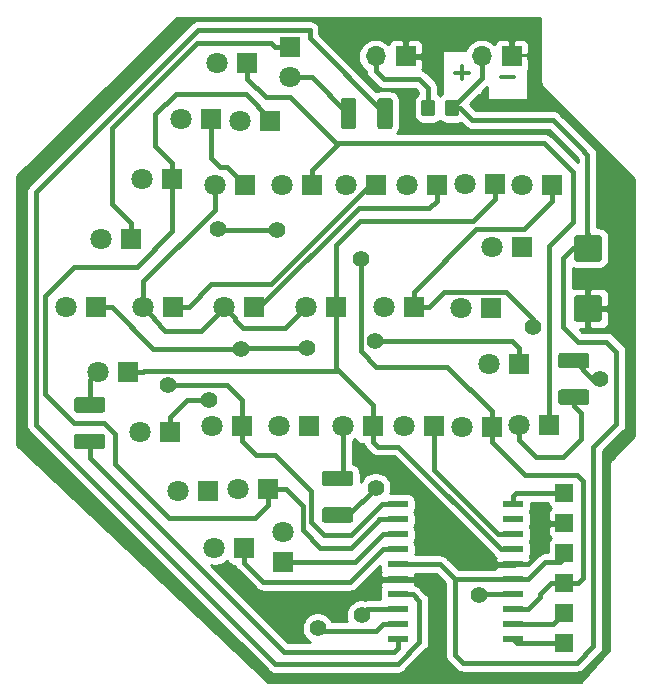
<source format=gbr>
%TF.GenerationSoftware,KiCad,Pcbnew,(5.1.4)-1*%
%TF.CreationDate,2020-11-17T10:49:43+02:00*%
%TF.ProjectId,prose,70726f73-652e-46b6-9963-61645f706362,rev?*%
%TF.SameCoordinates,Original*%
%TF.FileFunction,Copper,L1,Top*%
%TF.FilePolarity,Positive*%
%FSLAX46Y46*%
G04 Gerber Fmt 4.6, Leading zero omitted, Abs format (unit mm)*
G04 Created by KiCad (PCBNEW (5.1.4)-1) date 2020-11-17 10:49:43*
%MOMM*%
%LPD*%
G04 APERTURE LIST*
%TA.AperFunction,NonConductor*%
%ADD10C,0.300000*%
%TD*%
%TA.AperFunction,Conductor*%
%ADD11C,0.150000*%
%TD*%
%TA.AperFunction,SMDPad,CuDef*%
%ADD12C,1.300000*%
%TD*%
%TA.AperFunction,ComponentPad*%
%ADD13R,1.800000X1.800000*%
%TD*%
%TA.AperFunction,ComponentPad*%
%ADD14C,1.800000*%
%TD*%
%TA.AperFunction,SMDPad,CuDef*%
%ADD15R,1.750000X0.600000*%
%TD*%
%TA.AperFunction,ComponentPad*%
%ADD16R,1.700000X1.700000*%
%TD*%
%TA.AperFunction,ComponentPad*%
%ADD17O,1.700000X1.700000*%
%TD*%
%TA.AperFunction,SMDPad,CuDef*%
%ADD18C,2.250000*%
%TD*%
%TA.AperFunction,SMDPad,CuDef*%
%ADD19C,1.200000*%
%TD*%
%TA.AperFunction,SMDPad,CuDef*%
%ADD20R,1.524000X1.524000*%
%TD*%
%TA.AperFunction,ViaPad*%
%ADD21C,1.400000*%
%TD*%
%TA.AperFunction,Conductor*%
%ADD22C,0.400000*%
%TD*%
%TA.AperFunction,Conductor*%
%ADD23C,0.254000*%
%TD*%
G04 APERTURE END LIST*
D10*
X80178571Y-53527142D02*
X81321428Y-53527142D01*
X80750000Y-54098571D02*
X80750000Y-52955714D01*
X84018571Y-53937142D02*
X85161428Y-53937142D01*
D11*
%TO.N,Net-(IC1-Pad18)*%
%TO.C,R3*%
G36*
X91309504Y-77251204D02*
G01*
X91333773Y-77254804D01*
X91357571Y-77260765D01*
X91380671Y-77269030D01*
X91402849Y-77279520D01*
X91423893Y-77292133D01*
X91443598Y-77306747D01*
X91461777Y-77323223D01*
X91478253Y-77341402D01*
X91492867Y-77361107D01*
X91505480Y-77382151D01*
X91515970Y-77404329D01*
X91524235Y-77427429D01*
X91530196Y-77451227D01*
X91533796Y-77475496D01*
X91535000Y-77500000D01*
X91535000Y-78300000D01*
X91533796Y-78324504D01*
X91530196Y-78348773D01*
X91524235Y-78372571D01*
X91515970Y-78395671D01*
X91505480Y-78417849D01*
X91492867Y-78438893D01*
X91478253Y-78458598D01*
X91461777Y-78476777D01*
X91443598Y-78493253D01*
X91423893Y-78507867D01*
X91402849Y-78520480D01*
X91380671Y-78530970D01*
X91357571Y-78539235D01*
X91333773Y-78545196D01*
X91309504Y-78548796D01*
X91285000Y-78550000D01*
X89135000Y-78550000D01*
X89110496Y-78548796D01*
X89086227Y-78545196D01*
X89062429Y-78539235D01*
X89039329Y-78530970D01*
X89017151Y-78520480D01*
X88996107Y-78507867D01*
X88976402Y-78493253D01*
X88958223Y-78476777D01*
X88941747Y-78458598D01*
X88927133Y-78438893D01*
X88914520Y-78417849D01*
X88904030Y-78395671D01*
X88895765Y-78372571D01*
X88889804Y-78348773D01*
X88886204Y-78324504D01*
X88885000Y-78300000D01*
X88885000Y-77500000D01*
X88886204Y-77475496D01*
X88889804Y-77451227D01*
X88895765Y-77427429D01*
X88904030Y-77404329D01*
X88914520Y-77382151D01*
X88927133Y-77361107D01*
X88941747Y-77341402D01*
X88958223Y-77323223D01*
X88976402Y-77306747D01*
X88996107Y-77292133D01*
X89017151Y-77279520D01*
X89039329Y-77269030D01*
X89062429Y-77260765D01*
X89086227Y-77254804D01*
X89110496Y-77251204D01*
X89135000Y-77250000D01*
X91285000Y-77250000D01*
X91309504Y-77251204D01*
X91309504Y-77251204D01*
G37*
D12*
%TD*%
%TO.P,R3,1*%
%TO.N,Net-(IC1-Pad18)*%
X90210000Y-77900000D03*
D11*
%TO.N,Net-(D17-Pad2)*%
%TO.C,R3*%
G36*
X91309504Y-80351204D02*
G01*
X91333773Y-80354804D01*
X91357571Y-80360765D01*
X91380671Y-80369030D01*
X91402849Y-80379520D01*
X91423893Y-80392133D01*
X91443598Y-80406747D01*
X91461777Y-80423223D01*
X91478253Y-80441402D01*
X91492867Y-80461107D01*
X91505480Y-80482151D01*
X91515970Y-80504329D01*
X91524235Y-80527429D01*
X91530196Y-80551227D01*
X91533796Y-80575496D01*
X91535000Y-80600000D01*
X91535000Y-81400000D01*
X91533796Y-81424504D01*
X91530196Y-81448773D01*
X91524235Y-81472571D01*
X91515970Y-81495671D01*
X91505480Y-81517849D01*
X91492867Y-81538893D01*
X91478253Y-81558598D01*
X91461777Y-81576777D01*
X91443598Y-81593253D01*
X91423893Y-81607867D01*
X91402849Y-81620480D01*
X91380671Y-81630970D01*
X91357571Y-81639235D01*
X91333773Y-81645196D01*
X91309504Y-81648796D01*
X91285000Y-81650000D01*
X89135000Y-81650000D01*
X89110496Y-81648796D01*
X89086227Y-81645196D01*
X89062429Y-81639235D01*
X89039329Y-81630970D01*
X89017151Y-81620480D01*
X88996107Y-81607867D01*
X88976402Y-81593253D01*
X88958223Y-81576777D01*
X88941747Y-81558598D01*
X88927133Y-81538893D01*
X88914520Y-81517849D01*
X88904030Y-81495671D01*
X88895765Y-81472571D01*
X88889804Y-81448773D01*
X88886204Y-81424504D01*
X88885000Y-81400000D01*
X88885000Y-80600000D01*
X88886204Y-80575496D01*
X88889804Y-80551227D01*
X88895765Y-80527429D01*
X88904030Y-80504329D01*
X88914520Y-80482151D01*
X88927133Y-80461107D01*
X88941747Y-80441402D01*
X88958223Y-80423223D01*
X88976402Y-80406747D01*
X88996107Y-80392133D01*
X89017151Y-80379520D01*
X89039329Y-80369030D01*
X89062429Y-80360765D01*
X89086227Y-80354804D01*
X89110496Y-80351204D01*
X89135000Y-80350000D01*
X91285000Y-80350000D01*
X91309504Y-80351204D01*
X91309504Y-80351204D01*
G37*
D12*
%TD*%
%TO.P,R3,2*%
%TO.N,Net-(D17-Pad2)*%
X90210000Y-81000000D03*
D13*
%TO.P,D21,1*%
%TO.N,Net-(D13-Pad1)*%
X88390000Y-63070000D03*
D14*
%TO.P,D21,2*%
%TO.N,Net-(D17-Pad2)*%
X85850000Y-63070000D03*
%TD*%
%TO.P,D18,2*%
%TO.N,Net-(D17-Pad2)*%
X83040000Y-78180000D03*
D13*
%TO.P,D18,1*%
%TO.N,Net-(D10-Pad1)*%
X85580000Y-78180000D03*
%TD*%
D15*
%TO.P,IC1,20*%
%TO.N,Net-(IC1-Pad20)*%
X75295000Y-101505000D03*
%TO.P,IC1,19*%
%TO.N,Net-(IC1-Pad19)*%
X75295000Y-100235000D03*
%TO.P,IC1,18*%
%TO.N,Net-(IC1-Pad18)*%
X75295000Y-98965000D03*
%TO.P,IC1,17*%
%TO.N,Net-(IC1-Pad17)*%
X75295000Y-97695000D03*
%TO.P,IC1,16*%
%TO.N,GND*%
X75295000Y-96425000D03*
%TO.P,IC1,15*%
%TO.N,VCC*%
X75295000Y-95155000D03*
%TO.P,IC1,14*%
%TO.N,Net-(D1-Pad1)*%
X75295000Y-93885000D03*
%TO.P,IC1,13*%
%TO.N,Net-(D10-Pad1)*%
X75295000Y-92615000D03*
%TO.P,IC1,12*%
%TO.N,Net-(D11-Pad1)*%
X75295000Y-91345000D03*
%TO.P,IC1,11*%
%TO.N,Net-(D12-Pad1)*%
X75295000Y-90075000D03*
%TO.P,IC1,10*%
%TO.N,Net-(IC1-Pad10)*%
X85045000Y-90075000D03*
%TO.P,IC1,9*%
%TO.N,Net-(IC1-Pad9)*%
X85045000Y-91345000D03*
%TO.P,IC1,8*%
%TO.N,Net-(D15-Pad1)*%
X85045000Y-92615000D03*
%TO.P,IC1,7*%
%TO.N,Net-(D14-Pad1)*%
X85045000Y-93885000D03*
%TO.P,IC1,1*%
%TO.N,Net-(IC1-Pad1)*%
X85045000Y-101505000D03*
%TO.P,IC1,2*%
%TO.N,Net-(IC1-Pad2)*%
X85045000Y-100235000D03*
%TO.P,IC1,3*%
%TO.N,Net-(D16-Pad1)*%
X85045000Y-98965000D03*
%TO.P,IC1,4*%
%TO.N,Net-(D13-Pad1)*%
X85045000Y-97695000D03*
%TO.P,IC1,5*%
%TO.N,VCC*%
X85045000Y-96425000D03*
%TO.P,IC1,6*%
%TO.N,GND*%
X85045000Y-95155000D03*
%TD*%
D16*
%TO.P,P2,1*%
%TO.N,GND*%
X75960000Y-52160000D03*
D17*
%TO.P,P2,2*%
%TO.N,Net-(F1-Pad2)*%
X73420000Y-52160000D03*
%TD*%
D13*
%TO.P,D5,1*%
%TO.N,Net-(D13-Pad1)*%
X49784000Y-73406000D03*
D14*
%TO.P,D5,2*%
%TO.N,Net-(D1-Pad2)*%
X47244000Y-73406000D03*
%TD*%
D11*
%TO.N,VCC*%
%TO.C,C1*%
G36*
X92349505Y-67276204D02*
G01*
X92373773Y-67279804D01*
X92397572Y-67285765D01*
X92420671Y-67294030D01*
X92442850Y-67304520D01*
X92463893Y-67317132D01*
X92483599Y-67331747D01*
X92501777Y-67348223D01*
X92518253Y-67366401D01*
X92532868Y-67386107D01*
X92545480Y-67407150D01*
X92555970Y-67429329D01*
X92564235Y-67452428D01*
X92570196Y-67476227D01*
X92573796Y-67500495D01*
X92575000Y-67524999D01*
X92575000Y-69275001D01*
X92573796Y-69299505D01*
X92570196Y-69323773D01*
X92564235Y-69347572D01*
X92555970Y-69370671D01*
X92545480Y-69392850D01*
X92532868Y-69413893D01*
X92518253Y-69433599D01*
X92501777Y-69451777D01*
X92483599Y-69468253D01*
X92463893Y-69482868D01*
X92442850Y-69495480D01*
X92420671Y-69505970D01*
X92397572Y-69514235D01*
X92373773Y-69520196D01*
X92349505Y-69523796D01*
X92325001Y-69525000D01*
X90474999Y-69525000D01*
X90450495Y-69523796D01*
X90426227Y-69520196D01*
X90402428Y-69514235D01*
X90379329Y-69505970D01*
X90357150Y-69495480D01*
X90336107Y-69482868D01*
X90316401Y-69468253D01*
X90298223Y-69451777D01*
X90281747Y-69433599D01*
X90267132Y-69413893D01*
X90254520Y-69392850D01*
X90244030Y-69370671D01*
X90235765Y-69347572D01*
X90229804Y-69323773D01*
X90226204Y-69299505D01*
X90225000Y-69275001D01*
X90225000Y-67524999D01*
X90226204Y-67500495D01*
X90229804Y-67476227D01*
X90235765Y-67452428D01*
X90244030Y-67429329D01*
X90254520Y-67407150D01*
X90267132Y-67386107D01*
X90281747Y-67366401D01*
X90298223Y-67348223D01*
X90316401Y-67331747D01*
X90336107Y-67317132D01*
X90357150Y-67304520D01*
X90379329Y-67294030D01*
X90402428Y-67285765D01*
X90426227Y-67279804D01*
X90450495Y-67276204D01*
X90474999Y-67275000D01*
X92325001Y-67275000D01*
X92349505Y-67276204D01*
X92349505Y-67276204D01*
G37*
D18*
%TD*%
%TO.P,C1,1*%
%TO.N,VCC*%
X91400000Y-68400000D03*
D11*
%TO.N,GND*%
%TO.C,C1*%
G36*
X92349505Y-72376204D02*
G01*
X92373773Y-72379804D01*
X92397572Y-72385765D01*
X92420671Y-72394030D01*
X92442850Y-72404520D01*
X92463893Y-72417132D01*
X92483599Y-72431747D01*
X92501777Y-72448223D01*
X92518253Y-72466401D01*
X92532868Y-72486107D01*
X92545480Y-72507150D01*
X92555970Y-72529329D01*
X92564235Y-72552428D01*
X92570196Y-72576227D01*
X92573796Y-72600495D01*
X92575000Y-72624999D01*
X92575000Y-74375001D01*
X92573796Y-74399505D01*
X92570196Y-74423773D01*
X92564235Y-74447572D01*
X92555970Y-74470671D01*
X92545480Y-74492850D01*
X92532868Y-74513893D01*
X92518253Y-74533599D01*
X92501777Y-74551777D01*
X92483599Y-74568253D01*
X92463893Y-74582868D01*
X92442850Y-74595480D01*
X92420671Y-74605970D01*
X92397572Y-74614235D01*
X92373773Y-74620196D01*
X92349505Y-74623796D01*
X92325001Y-74625000D01*
X90474999Y-74625000D01*
X90450495Y-74623796D01*
X90426227Y-74620196D01*
X90402428Y-74614235D01*
X90379329Y-74605970D01*
X90357150Y-74595480D01*
X90336107Y-74582868D01*
X90316401Y-74568253D01*
X90298223Y-74551777D01*
X90281747Y-74533599D01*
X90267132Y-74513893D01*
X90254520Y-74492850D01*
X90244030Y-74470671D01*
X90235765Y-74447572D01*
X90229804Y-74423773D01*
X90226204Y-74399505D01*
X90225000Y-74375001D01*
X90225000Y-72624999D01*
X90226204Y-72600495D01*
X90229804Y-72576227D01*
X90235765Y-72552428D01*
X90244030Y-72529329D01*
X90254520Y-72507150D01*
X90267132Y-72486107D01*
X90281747Y-72466401D01*
X90298223Y-72448223D01*
X90316401Y-72431747D01*
X90336107Y-72417132D01*
X90357150Y-72404520D01*
X90379329Y-72394030D01*
X90402428Y-72385765D01*
X90426227Y-72379804D01*
X90450495Y-72376204D01*
X90474999Y-72375000D01*
X92325001Y-72375000D01*
X92349505Y-72376204D01*
X92349505Y-72376204D01*
G37*
D18*
%TD*%
%TO.P,C1,2*%
%TO.N,GND*%
X91400000Y-73500000D03*
D11*
%TO.N,VCC*%
%TO.C,F1*%
G36*
X80254505Y-55831204D02*
G01*
X80278773Y-55834804D01*
X80302572Y-55840765D01*
X80325671Y-55849030D01*
X80347850Y-55859520D01*
X80368893Y-55872132D01*
X80388599Y-55886747D01*
X80406777Y-55903223D01*
X80423253Y-55921401D01*
X80437868Y-55941107D01*
X80450480Y-55962150D01*
X80460970Y-55984329D01*
X80469235Y-56007428D01*
X80475196Y-56031227D01*
X80478796Y-56055495D01*
X80480000Y-56079999D01*
X80480000Y-56980001D01*
X80478796Y-57004505D01*
X80475196Y-57028773D01*
X80469235Y-57052572D01*
X80460970Y-57075671D01*
X80450480Y-57097850D01*
X80437868Y-57118893D01*
X80423253Y-57138599D01*
X80406777Y-57156777D01*
X80388599Y-57173253D01*
X80368893Y-57187868D01*
X80347850Y-57200480D01*
X80325671Y-57210970D01*
X80302572Y-57219235D01*
X80278773Y-57225196D01*
X80254505Y-57228796D01*
X80230001Y-57230000D01*
X79529999Y-57230000D01*
X79505495Y-57228796D01*
X79481227Y-57225196D01*
X79457428Y-57219235D01*
X79434329Y-57210970D01*
X79412150Y-57200480D01*
X79391107Y-57187868D01*
X79371401Y-57173253D01*
X79353223Y-57156777D01*
X79336747Y-57138599D01*
X79322132Y-57118893D01*
X79309520Y-57097850D01*
X79299030Y-57075671D01*
X79290765Y-57052572D01*
X79284804Y-57028773D01*
X79281204Y-57004505D01*
X79280000Y-56980001D01*
X79280000Y-56079999D01*
X79281204Y-56055495D01*
X79284804Y-56031227D01*
X79290765Y-56007428D01*
X79299030Y-55984329D01*
X79309520Y-55962150D01*
X79322132Y-55941107D01*
X79336747Y-55921401D01*
X79353223Y-55903223D01*
X79371401Y-55886747D01*
X79391107Y-55872132D01*
X79412150Y-55859520D01*
X79434329Y-55849030D01*
X79457428Y-55840765D01*
X79481227Y-55834804D01*
X79505495Y-55831204D01*
X79529999Y-55830000D01*
X80230001Y-55830000D01*
X80254505Y-55831204D01*
X80254505Y-55831204D01*
G37*
D19*
%TD*%
%TO.P,F1,1*%
%TO.N,VCC*%
X79880000Y-56530000D03*
D11*
%TO.N,Net-(F1-Pad2)*%
%TO.C,F1*%
G36*
X78254505Y-55831204D02*
G01*
X78278773Y-55834804D01*
X78302572Y-55840765D01*
X78325671Y-55849030D01*
X78347850Y-55859520D01*
X78368893Y-55872132D01*
X78388599Y-55886747D01*
X78406777Y-55903223D01*
X78423253Y-55921401D01*
X78437868Y-55941107D01*
X78450480Y-55962150D01*
X78460970Y-55984329D01*
X78469235Y-56007428D01*
X78475196Y-56031227D01*
X78478796Y-56055495D01*
X78480000Y-56079999D01*
X78480000Y-56980001D01*
X78478796Y-57004505D01*
X78475196Y-57028773D01*
X78469235Y-57052572D01*
X78460970Y-57075671D01*
X78450480Y-57097850D01*
X78437868Y-57118893D01*
X78423253Y-57138599D01*
X78406777Y-57156777D01*
X78388599Y-57173253D01*
X78368893Y-57187868D01*
X78347850Y-57200480D01*
X78325671Y-57210970D01*
X78302572Y-57219235D01*
X78278773Y-57225196D01*
X78254505Y-57228796D01*
X78230001Y-57230000D01*
X77529999Y-57230000D01*
X77505495Y-57228796D01*
X77481227Y-57225196D01*
X77457428Y-57219235D01*
X77434329Y-57210970D01*
X77412150Y-57200480D01*
X77391107Y-57187868D01*
X77371401Y-57173253D01*
X77353223Y-57156777D01*
X77336747Y-57138599D01*
X77322132Y-57118893D01*
X77309520Y-57097850D01*
X77299030Y-57075671D01*
X77290765Y-57052572D01*
X77284804Y-57028773D01*
X77281204Y-57004505D01*
X77280000Y-56980001D01*
X77280000Y-56079999D01*
X77281204Y-56055495D01*
X77284804Y-56031227D01*
X77290765Y-56007428D01*
X77299030Y-55984329D01*
X77309520Y-55962150D01*
X77322132Y-55941107D01*
X77336747Y-55921401D01*
X77353223Y-55903223D01*
X77371401Y-55886747D01*
X77391107Y-55872132D01*
X77412150Y-55859520D01*
X77434329Y-55849030D01*
X77457428Y-55840765D01*
X77481227Y-55834804D01*
X77505495Y-55831204D01*
X77529999Y-55830000D01*
X78230001Y-55830000D01*
X78254505Y-55831204D01*
X78254505Y-55831204D01*
G37*
D19*
%TD*%
%TO.P,F1,2*%
%TO.N,Net-(F1-Pad2)*%
X77880000Y-56530000D03*
D14*
%TO.P,D6,2*%
%TO.N,Net-(D1-Pad2)*%
X49920000Y-78870000D03*
D13*
%TO.P,D6,1*%
%TO.N,Net-(D14-Pad1)*%
X52460000Y-78870000D03*
%TD*%
%TO.P,D7,1*%
%TO.N,Net-(D15-Pad1)*%
X55980000Y-83950000D03*
D14*
%TO.P,D7,2*%
%TO.N,Net-(D1-Pad2)*%
X53440000Y-83950000D03*
%TD*%
%TO.P,D8,2*%
%TO.N,Net-(D1-Pad2)*%
X56730000Y-88990000D03*
D13*
%TO.P,D8,1*%
%TO.N,Net-(D16-Pad1)*%
X59270000Y-88990000D03*
%TD*%
D14*
%TO.P,D9,2*%
%TO.N,Net-(D10-Pad2)*%
X59780000Y-93740000D03*
D13*
%TO.P,D9,1*%
%TO.N,Net-(D1-Pad1)*%
X62320000Y-93740000D03*
%TD*%
%TO.P,D10,1*%
%TO.N,Net-(D10-Pad1)*%
X65580000Y-94940000D03*
D14*
%TO.P,D10,2*%
%TO.N,Net-(D10-Pad2)*%
X65580000Y-92400000D03*
%TD*%
D13*
%TO.P,D11,1*%
%TO.N,Net-(D11-Pad1)*%
X64280000Y-88820000D03*
D14*
%TO.P,D11,2*%
%TO.N,Net-(D10-Pad2)*%
X61740000Y-88820000D03*
%TD*%
%TO.P,D12,2*%
%TO.N,Net-(D10-Pad2)*%
X59610000Y-83410000D03*
D13*
%TO.P,D12,1*%
%TO.N,Net-(D12-Pad1)*%
X62150000Y-83410000D03*
%TD*%
%TO.P,D13,1*%
%TO.N,Net-(D13-Pad1)*%
X67780000Y-83410000D03*
D14*
%TO.P,D13,2*%
%TO.N,Net-(D10-Pad2)*%
X65240000Y-83410000D03*
%TD*%
%TO.P,D14,2*%
%TO.N,Net-(D10-Pad2)*%
X70660000Y-83460000D03*
D13*
%TO.P,D14,1*%
%TO.N,Net-(D14-Pad1)*%
X73200000Y-83460000D03*
%TD*%
%TO.P,D15,1*%
%TO.N,Net-(D15-Pad1)*%
X78360000Y-83410000D03*
D14*
%TO.P,D15,2*%
%TO.N,Net-(D10-Pad2)*%
X75820000Y-83410000D03*
%TD*%
%TO.P,D16,2*%
%TO.N,Net-(D10-Pad2)*%
X80720000Y-83510000D03*
D13*
%TO.P,D16,1*%
%TO.N,Net-(D16-Pad1)*%
X83260000Y-83510000D03*
%TD*%
%TO.P,D17,1*%
%TO.N,Net-(D1-Pad1)*%
X88140000Y-83400000D03*
D14*
%TO.P,D17,2*%
%TO.N,Net-(D17-Pad2)*%
X85600000Y-83400000D03*
%TD*%
%TO.P,D19,2*%
%TO.N,Net-(D17-Pad2)*%
X80650000Y-73490000D03*
D13*
%TO.P,D19,1*%
%TO.N,Net-(D11-Pad1)*%
X83190000Y-73490000D03*
%TD*%
D14*
%TO.P,D29,2*%
%TO.N,Net-(D25-Pad2)*%
X74110000Y-73360000D03*
D13*
%TO.P,D29,1*%
%TO.N,Net-(D13-Pad1)*%
X76650000Y-73360000D03*
%TD*%
%TO.P,D30,1*%
%TO.N,Net-(D14-Pad1)*%
X70060000Y-73390000D03*
D14*
%TO.P,D30,2*%
%TO.N,Net-(D25-Pad2)*%
X67520000Y-73390000D03*
%TD*%
%TO.P,D31,2*%
%TO.N,Net-(D25-Pad2)*%
X60610000Y-73390000D03*
D13*
%TO.P,D31,1*%
%TO.N,Net-(D15-Pad1)*%
X63150000Y-73390000D03*
%TD*%
%TO.P,D32,1*%
%TO.N,Net-(D16-Pad1)*%
X56310000Y-73360000D03*
D14*
%TO.P,D32,2*%
%TO.N,Net-(D25-Pad2)*%
X53770000Y-73360000D03*
%TD*%
D11*
%TO.N,Net-(IC1-Pad20)*%
%TO.C,R1*%
G36*
X50319504Y-84111204D02*
G01*
X50343773Y-84114804D01*
X50367571Y-84120765D01*
X50390671Y-84129030D01*
X50412849Y-84139520D01*
X50433893Y-84152133D01*
X50453598Y-84166747D01*
X50471777Y-84183223D01*
X50488253Y-84201402D01*
X50502867Y-84221107D01*
X50515480Y-84242151D01*
X50525970Y-84264329D01*
X50534235Y-84287429D01*
X50540196Y-84311227D01*
X50543796Y-84335496D01*
X50545000Y-84360000D01*
X50545000Y-85160000D01*
X50543796Y-85184504D01*
X50540196Y-85208773D01*
X50534235Y-85232571D01*
X50525970Y-85255671D01*
X50515480Y-85277849D01*
X50502867Y-85298893D01*
X50488253Y-85318598D01*
X50471777Y-85336777D01*
X50453598Y-85353253D01*
X50433893Y-85367867D01*
X50412849Y-85380480D01*
X50390671Y-85390970D01*
X50367571Y-85399235D01*
X50343773Y-85405196D01*
X50319504Y-85408796D01*
X50295000Y-85410000D01*
X48145000Y-85410000D01*
X48120496Y-85408796D01*
X48096227Y-85405196D01*
X48072429Y-85399235D01*
X48049329Y-85390970D01*
X48027151Y-85380480D01*
X48006107Y-85367867D01*
X47986402Y-85353253D01*
X47968223Y-85336777D01*
X47951747Y-85318598D01*
X47937133Y-85298893D01*
X47924520Y-85277849D01*
X47914030Y-85255671D01*
X47905765Y-85232571D01*
X47899804Y-85208773D01*
X47896204Y-85184504D01*
X47895000Y-85160000D01*
X47895000Y-84360000D01*
X47896204Y-84335496D01*
X47899804Y-84311227D01*
X47905765Y-84287429D01*
X47914030Y-84264329D01*
X47924520Y-84242151D01*
X47937133Y-84221107D01*
X47951747Y-84201402D01*
X47968223Y-84183223D01*
X47986402Y-84166747D01*
X48006107Y-84152133D01*
X48027151Y-84139520D01*
X48049329Y-84129030D01*
X48072429Y-84120765D01*
X48096227Y-84114804D01*
X48120496Y-84111204D01*
X48145000Y-84110000D01*
X50295000Y-84110000D01*
X50319504Y-84111204D01*
X50319504Y-84111204D01*
G37*
D12*
%TD*%
%TO.P,R1,1*%
%TO.N,Net-(IC1-Pad20)*%
X49220000Y-84760000D03*
D11*
%TO.N,Net-(D1-Pad2)*%
%TO.C,R1*%
G36*
X50319504Y-81011204D02*
G01*
X50343773Y-81014804D01*
X50367571Y-81020765D01*
X50390671Y-81029030D01*
X50412849Y-81039520D01*
X50433893Y-81052133D01*
X50453598Y-81066747D01*
X50471777Y-81083223D01*
X50488253Y-81101402D01*
X50502867Y-81121107D01*
X50515480Y-81142151D01*
X50525970Y-81164329D01*
X50534235Y-81187429D01*
X50540196Y-81211227D01*
X50543796Y-81235496D01*
X50545000Y-81260000D01*
X50545000Y-82060000D01*
X50543796Y-82084504D01*
X50540196Y-82108773D01*
X50534235Y-82132571D01*
X50525970Y-82155671D01*
X50515480Y-82177849D01*
X50502867Y-82198893D01*
X50488253Y-82218598D01*
X50471777Y-82236777D01*
X50453598Y-82253253D01*
X50433893Y-82267867D01*
X50412849Y-82280480D01*
X50390671Y-82290970D01*
X50367571Y-82299235D01*
X50343773Y-82305196D01*
X50319504Y-82308796D01*
X50295000Y-82310000D01*
X48145000Y-82310000D01*
X48120496Y-82308796D01*
X48096227Y-82305196D01*
X48072429Y-82299235D01*
X48049329Y-82290970D01*
X48027151Y-82280480D01*
X48006107Y-82267867D01*
X47986402Y-82253253D01*
X47968223Y-82236777D01*
X47951747Y-82218598D01*
X47937133Y-82198893D01*
X47924520Y-82177849D01*
X47914030Y-82155671D01*
X47905765Y-82132571D01*
X47899804Y-82108773D01*
X47896204Y-82084504D01*
X47895000Y-82060000D01*
X47895000Y-81260000D01*
X47896204Y-81235496D01*
X47899804Y-81211227D01*
X47905765Y-81187429D01*
X47914030Y-81164329D01*
X47924520Y-81142151D01*
X47937133Y-81121107D01*
X47951747Y-81101402D01*
X47968223Y-81083223D01*
X47986402Y-81066747D01*
X48006107Y-81052133D01*
X48027151Y-81039520D01*
X48049329Y-81029030D01*
X48072429Y-81020765D01*
X48096227Y-81014804D01*
X48120496Y-81011204D01*
X48145000Y-81010000D01*
X50295000Y-81010000D01*
X50319504Y-81011204D01*
X50319504Y-81011204D01*
G37*
D12*
%TD*%
%TO.P,R1,2*%
%TO.N,Net-(D1-Pad2)*%
X49220000Y-81660000D03*
D11*
%TO.N,Net-(D10-Pad2)*%
%TO.C,R2*%
G36*
X71299504Y-87231204D02*
G01*
X71323773Y-87234804D01*
X71347571Y-87240765D01*
X71370671Y-87249030D01*
X71392849Y-87259520D01*
X71413893Y-87272133D01*
X71433598Y-87286747D01*
X71451777Y-87303223D01*
X71468253Y-87321402D01*
X71482867Y-87341107D01*
X71495480Y-87362151D01*
X71505970Y-87384329D01*
X71514235Y-87407429D01*
X71520196Y-87431227D01*
X71523796Y-87455496D01*
X71525000Y-87480000D01*
X71525000Y-88280000D01*
X71523796Y-88304504D01*
X71520196Y-88328773D01*
X71514235Y-88352571D01*
X71505970Y-88375671D01*
X71495480Y-88397849D01*
X71482867Y-88418893D01*
X71468253Y-88438598D01*
X71451777Y-88456777D01*
X71433598Y-88473253D01*
X71413893Y-88487867D01*
X71392849Y-88500480D01*
X71370671Y-88510970D01*
X71347571Y-88519235D01*
X71323773Y-88525196D01*
X71299504Y-88528796D01*
X71275000Y-88530000D01*
X69125000Y-88530000D01*
X69100496Y-88528796D01*
X69076227Y-88525196D01*
X69052429Y-88519235D01*
X69029329Y-88510970D01*
X69007151Y-88500480D01*
X68986107Y-88487867D01*
X68966402Y-88473253D01*
X68948223Y-88456777D01*
X68931747Y-88438598D01*
X68917133Y-88418893D01*
X68904520Y-88397849D01*
X68894030Y-88375671D01*
X68885765Y-88352571D01*
X68879804Y-88328773D01*
X68876204Y-88304504D01*
X68875000Y-88280000D01*
X68875000Y-87480000D01*
X68876204Y-87455496D01*
X68879804Y-87431227D01*
X68885765Y-87407429D01*
X68894030Y-87384329D01*
X68904520Y-87362151D01*
X68917133Y-87341107D01*
X68931747Y-87321402D01*
X68948223Y-87303223D01*
X68966402Y-87286747D01*
X68986107Y-87272133D01*
X69007151Y-87259520D01*
X69029329Y-87249030D01*
X69052429Y-87240765D01*
X69076227Y-87234804D01*
X69100496Y-87231204D01*
X69125000Y-87230000D01*
X71275000Y-87230000D01*
X71299504Y-87231204D01*
X71299504Y-87231204D01*
G37*
D12*
%TD*%
%TO.P,R2,2*%
%TO.N,Net-(D10-Pad2)*%
X70200000Y-87880000D03*
D11*
%TO.N,Net-(IC1-Pad19)*%
%TO.C,R2*%
G36*
X71299504Y-90331204D02*
G01*
X71323773Y-90334804D01*
X71347571Y-90340765D01*
X71370671Y-90349030D01*
X71392849Y-90359520D01*
X71413893Y-90372133D01*
X71433598Y-90386747D01*
X71451777Y-90403223D01*
X71468253Y-90421402D01*
X71482867Y-90441107D01*
X71495480Y-90462151D01*
X71505970Y-90484329D01*
X71514235Y-90507429D01*
X71520196Y-90531227D01*
X71523796Y-90555496D01*
X71525000Y-90580000D01*
X71525000Y-91380000D01*
X71523796Y-91404504D01*
X71520196Y-91428773D01*
X71514235Y-91452571D01*
X71505970Y-91475671D01*
X71495480Y-91497849D01*
X71482867Y-91518893D01*
X71468253Y-91538598D01*
X71451777Y-91556777D01*
X71433598Y-91573253D01*
X71413893Y-91587867D01*
X71392849Y-91600480D01*
X71370671Y-91610970D01*
X71347571Y-91619235D01*
X71323773Y-91625196D01*
X71299504Y-91628796D01*
X71275000Y-91630000D01*
X69125000Y-91630000D01*
X69100496Y-91628796D01*
X69076227Y-91625196D01*
X69052429Y-91619235D01*
X69029329Y-91610970D01*
X69007151Y-91600480D01*
X68986107Y-91587867D01*
X68966402Y-91573253D01*
X68948223Y-91556777D01*
X68931747Y-91538598D01*
X68917133Y-91518893D01*
X68904520Y-91497849D01*
X68894030Y-91475671D01*
X68885765Y-91452571D01*
X68879804Y-91428773D01*
X68876204Y-91404504D01*
X68875000Y-91380000D01*
X68875000Y-90580000D01*
X68876204Y-90555496D01*
X68879804Y-90531227D01*
X68885765Y-90507429D01*
X68894030Y-90484329D01*
X68904520Y-90462151D01*
X68917133Y-90441107D01*
X68931747Y-90421402D01*
X68948223Y-90403223D01*
X68966402Y-90386747D01*
X68986107Y-90372133D01*
X69007151Y-90359520D01*
X69029329Y-90349030D01*
X69052429Y-90340765D01*
X69076227Y-90334804D01*
X69100496Y-90331204D01*
X69125000Y-90330000D01*
X71275000Y-90330000D01*
X71299504Y-90331204D01*
X71299504Y-90331204D01*
G37*
D12*
%TD*%
%TO.P,R2,1*%
%TO.N,Net-(IC1-Pad19)*%
X70200000Y-90980000D03*
D11*
%TO.N,Net-(D25-Pad2)*%
%TO.C,R4*%
G36*
X71544504Y-55666204D02*
G01*
X71568773Y-55669804D01*
X71592571Y-55675765D01*
X71615671Y-55684030D01*
X71637849Y-55694520D01*
X71658893Y-55707133D01*
X71678598Y-55721747D01*
X71696777Y-55738223D01*
X71713253Y-55756402D01*
X71727867Y-55776107D01*
X71740480Y-55797151D01*
X71750970Y-55819329D01*
X71759235Y-55842429D01*
X71765196Y-55866227D01*
X71768796Y-55890496D01*
X71770000Y-55915000D01*
X71770000Y-58065000D01*
X71768796Y-58089504D01*
X71765196Y-58113773D01*
X71759235Y-58137571D01*
X71750970Y-58160671D01*
X71740480Y-58182849D01*
X71727867Y-58203893D01*
X71713253Y-58223598D01*
X71696777Y-58241777D01*
X71678598Y-58258253D01*
X71658893Y-58272867D01*
X71637849Y-58285480D01*
X71615671Y-58295970D01*
X71592571Y-58304235D01*
X71568773Y-58310196D01*
X71544504Y-58313796D01*
X71520000Y-58315000D01*
X70720000Y-58315000D01*
X70695496Y-58313796D01*
X70671227Y-58310196D01*
X70647429Y-58304235D01*
X70624329Y-58295970D01*
X70602151Y-58285480D01*
X70581107Y-58272867D01*
X70561402Y-58258253D01*
X70543223Y-58241777D01*
X70526747Y-58223598D01*
X70512133Y-58203893D01*
X70499520Y-58182849D01*
X70489030Y-58160671D01*
X70480765Y-58137571D01*
X70474804Y-58113773D01*
X70471204Y-58089504D01*
X70470000Y-58065000D01*
X70470000Y-55915000D01*
X70471204Y-55890496D01*
X70474804Y-55866227D01*
X70480765Y-55842429D01*
X70489030Y-55819329D01*
X70499520Y-55797151D01*
X70512133Y-55776107D01*
X70526747Y-55756402D01*
X70543223Y-55738223D01*
X70561402Y-55721747D01*
X70581107Y-55707133D01*
X70602151Y-55694520D01*
X70624329Y-55684030D01*
X70647429Y-55675765D01*
X70671227Y-55669804D01*
X70695496Y-55666204D01*
X70720000Y-55665000D01*
X71520000Y-55665000D01*
X71544504Y-55666204D01*
X71544504Y-55666204D01*
G37*
D12*
%TD*%
%TO.P,R4,2*%
%TO.N,Net-(D25-Pad2)*%
X71120000Y-56990000D03*
D11*
%TO.N,Net-(IC1-Pad17)*%
%TO.C,R4*%
G36*
X74644504Y-55666204D02*
G01*
X74668773Y-55669804D01*
X74692571Y-55675765D01*
X74715671Y-55684030D01*
X74737849Y-55694520D01*
X74758893Y-55707133D01*
X74778598Y-55721747D01*
X74796777Y-55738223D01*
X74813253Y-55756402D01*
X74827867Y-55776107D01*
X74840480Y-55797151D01*
X74850970Y-55819329D01*
X74859235Y-55842429D01*
X74865196Y-55866227D01*
X74868796Y-55890496D01*
X74870000Y-55915000D01*
X74870000Y-58065000D01*
X74868796Y-58089504D01*
X74865196Y-58113773D01*
X74859235Y-58137571D01*
X74850970Y-58160671D01*
X74840480Y-58182849D01*
X74827867Y-58203893D01*
X74813253Y-58223598D01*
X74796777Y-58241777D01*
X74778598Y-58258253D01*
X74758893Y-58272867D01*
X74737849Y-58285480D01*
X74715671Y-58295970D01*
X74692571Y-58304235D01*
X74668773Y-58310196D01*
X74644504Y-58313796D01*
X74620000Y-58315000D01*
X73820000Y-58315000D01*
X73795496Y-58313796D01*
X73771227Y-58310196D01*
X73747429Y-58304235D01*
X73724329Y-58295970D01*
X73702151Y-58285480D01*
X73681107Y-58272867D01*
X73661402Y-58258253D01*
X73643223Y-58241777D01*
X73626747Y-58223598D01*
X73612133Y-58203893D01*
X73599520Y-58182849D01*
X73589030Y-58160671D01*
X73580765Y-58137571D01*
X73574804Y-58113773D01*
X73571204Y-58089504D01*
X73570000Y-58065000D01*
X73570000Y-55915000D01*
X73571204Y-55890496D01*
X73574804Y-55866227D01*
X73580765Y-55842429D01*
X73589030Y-55819329D01*
X73599520Y-55797151D01*
X73612133Y-55776107D01*
X73626747Y-55756402D01*
X73643223Y-55738223D01*
X73661402Y-55721747D01*
X73681107Y-55707133D01*
X73702151Y-55694520D01*
X73724329Y-55684030D01*
X73747429Y-55675765D01*
X73771227Y-55669804D01*
X73795496Y-55666204D01*
X73820000Y-55665000D01*
X74620000Y-55665000D01*
X74644504Y-55666204D01*
X74644504Y-55666204D01*
G37*
D12*
%TD*%
%TO.P,R4,1*%
%TO.N,Net-(IC1-Pad17)*%
X74220000Y-56990000D03*
D16*
%TO.P,P3,1*%
%TO.N,GND*%
X84950000Y-52160000D03*
D17*
%TO.P,P3,2*%
%TO.N,VCC*%
X82410000Y-52160000D03*
%TD*%
D20*
%TO.P,P1,6*%
%TO.N,Net-(IC1-Pad10)*%
X89400000Y-89120000D03*
%TO.P,P1,5*%
%TO.N,GND*%
X89400000Y-91660000D03*
%TO.P,P1,4*%
%TO.N,VCC*%
X89400000Y-94200000D03*
%TO.P,P1,3*%
%TO.N,Net-(D16-Pad1)*%
X89400000Y-96740000D03*
%TO.P,P1,2*%
%TO.N,Net-(IC1-Pad2)*%
X89400000Y-99280000D03*
%TO.P,P1,1*%
%TO.N,Net-(IC1-Pad1)*%
X89400000Y-101820000D03*
%TD*%
D14*
%TO.P,D1,2*%
%TO.N,Net-(D1-Pad2)*%
X60030000Y-52730000D03*
D13*
%TO.P,D1,1*%
%TO.N,Net-(D1-Pad1)*%
X62570000Y-52730000D03*
%TD*%
%TO.P,D2,1*%
%TO.N,Net-(D10-Pad1)*%
X59510000Y-57480000D03*
D14*
%TO.P,D2,2*%
%TO.N,Net-(D1-Pad2)*%
X56970000Y-57480000D03*
%TD*%
%TO.P,D3,2*%
%TO.N,Net-(D1-Pad2)*%
X53690000Y-62520000D03*
D13*
%TO.P,D3,1*%
%TO.N,Net-(D11-Pad1)*%
X56230000Y-62520000D03*
%TD*%
%TO.P,D4,1*%
%TO.N,Net-(D12-Pad1)*%
X52710000Y-67600000D03*
D14*
%TO.P,D4,2*%
%TO.N,Net-(D1-Pad2)*%
X50170000Y-67600000D03*
%TD*%
%TO.P,D20,2*%
%TO.N,Net-(D17-Pad2)*%
X83280000Y-68280000D03*
D13*
%TO.P,D20,1*%
%TO.N,Net-(D12-Pad1)*%
X85820000Y-68280000D03*
%TD*%
D14*
%TO.P,D22,2*%
%TO.N,Net-(D17-Pad2)*%
X80970000Y-62960000D03*
D13*
%TO.P,D22,1*%
%TO.N,Net-(D14-Pad1)*%
X83510000Y-62960000D03*
%TD*%
%TO.P,D23,1*%
%TO.N,Net-(D15-Pad1)*%
X78610000Y-63060000D03*
D14*
%TO.P,D23,2*%
%TO.N,Net-(D17-Pad2)*%
X76070000Y-63060000D03*
%TD*%
D13*
%TO.P,D24,1*%
%TO.N,Net-(D16-Pad1)*%
X73440000Y-63010000D03*
D14*
%TO.P,D24,2*%
%TO.N,Net-(D17-Pad2)*%
X70900000Y-63010000D03*
%TD*%
%TO.P,D25,2*%
%TO.N,Net-(D25-Pad2)*%
X65480000Y-63070000D03*
D13*
%TO.P,D25,1*%
%TO.N,Net-(D1-Pad1)*%
X68020000Y-63070000D03*
%TD*%
%TO.P,D26,1*%
%TO.N,Net-(D10-Pad1)*%
X62400000Y-63060000D03*
D14*
%TO.P,D26,2*%
%TO.N,Net-(D25-Pad2)*%
X59860000Y-63060000D03*
%TD*%
%TO.P,D27,2*%
%TO.N,Net-(D25-Pad2)*%
X61980000Y-57660000D03*
D13*
%TO.P,D27,1*%
%TO.N,Net-(D11-Pad1)*%
X64520000Y-57660000D03*
%TD*%
%TO.P,D28,1*%
%TO.N,Net-(D12-Pad1)*%
X66220000Y-51340000D03*
D14*
%TO.P,D28,2*%
%TO.N,Net-(D25-Pad2)*%
X66220000Y-53880000D03*
%TD*%
D21*
%TO.N,Net-(D10-Pad1)*%
X73380000Y-76270000D03*
%TO.N,Net-(D11-Pad1)*%
X65050000Y-66830000D03*
X60050000Y-66800000D03*
%TO.N,Net-(D12-Pad1)*%
X55830000Y-80010000D03*
%TO.N,Net-(D13-Pad1)*%
X62000000Y-76920000D03*
X67640000Y-76860000D03*
X86770000Y-75080000D03*
X82140000Y-97780000D03*
%TO.N,Net-(D15-Pad1)*%
X59320000Y-81210000D03*
%TO.N,Net-(D16-Pad1)*%
X72160000Y-69340000D03*
%TO.N,Net-(IC1-Pad18)*%
X72240000Y-99450000D03*
X92400000Y-79440000D03*
%TO.N,Net-(IC1-Pad19)*%
X68510000Y-100560000D03*
X73420000Y-88670000D03*
%TO.N,GND*%
X79050000Y-93360000D03*
X78240000Y-96910000D03*
%TD*%
D22*
%TO.N,Net-(D1-Pad1)*%
X68020000Y-61770000D02*
X68020000Y-63070000D01*
X70300000Y-59490000D02*
X68020000Y-61770000D01*
X70300000Y-59490000D02*
X70050000Y-59490000D01*
X70050000Y-59490000D02*
X66180000Y-55620000D01*
X62570000Y-54030000D02*
X62570000Y-52730000D01*
X64160000Y-55620000D02*
X62570000Y-54030000D01*
X66180000Y-55620000D02*
X64160000Y-55620000D01*
X62320000Y-95040000D02*
X62320000Y-93740000D01*
X63910000Y-96630000D02*
X62320000Y-95040000D01*
X71275000Y-96630000D02*
X63910000Y-96630000D01*
X75295000Y-93885000D02*
X74020000Y-93885000D01*
X74020000Y-93885000D02*
X71275000Y-96630000D01*
X88140000Y-68230000D02*
X88140000Y-83400000D01*
X90170000Y-66200000D02*
X88140000Y-68230000D01*
X87710000Y-59490000D02*
X86150000Y-59490000D01*
X90170000Y-61950000D02*
X87710000Y-59490000D01*
X70300000Y-59490000D02*
X86150000Y-59490000D01*
X90170000Y-61950000D02*
X90170000Y-66200000D01*
%TO.N,Net-(D1-Pad2)*%
X49220000Y-79570000D02*
X49920000Y-78870000D01*
X49220000Y-81660000D02*
X49220000Y-79570000D01*
%TO.N,Net-(D10-Pad1)*%
X84970000Y-76270000D02*
X73380000Y-76270000D01*
X85580000Y-78180000D02*
X85580000Y-76880000D01*
X85580000Y-76880000D02*
X84970000Y-76270000D01*
X59510000Y-57480000D02*
X59510000Y-60790000D01*
X60260000Y-61540000D02*
X60880000Y-61540000D01*
X59510000Y-60790000D02*
X60260000Y-61540000D01*
X60880000Y-61540000D02*
X62400000Y-63060000D01*
X66880000Y-94940000D02*
X65580000Y-94940000D01*
X71695000Y-94940000D02*
X66880000Y-94940000D01*
X74020000Y-92615000D02*
X71695000Y-94940000D01*
X75295000Y-92615000D02*
X74020000Y-92615000D01*
%TO.N,Net-(D11-Pad1)*%
X64520000Y-57660000D02*
X64520000Y-57450000D01*
X64520000Y-57450000D02*
X62420000Y-55350000D01*
X62420000Y-55350000D02*
X56490000Y-55350000D01*
X56490000Y-55350000D02*
X54770000Y-57070000D01*
X56230000Y-61220000D02*
X56230000Y-62520000D01*
X54770000Y-59760000D02*
X56230000Y-61220000D01*
X54770000Y-57070000D02*
X54770000Y-59760000D01*
X73705000Y-91345000D02*
X75295000Y-91345000D01*
X65050000Y-66830000D02*
X60080000Y-66830000D01*
X60080000Y-66830000D02*
X60050000Y-66800000D01*
X64280000Y-88820000D02*
X64280000Y-90120000D01*
X73705000Y-91345000D02*
X73705000Y-91435000D01*
X73705000Y-91435000D02*
X71370000Y-93770000D01*
X71370000Y-93770000D02*
X68720000Y-93770000D01*
X67240000Y-92290000D02*
X67240000Y-91460000D01*
X68720000Y-93770000D02*
X67240000Y-92290000D01*
X56230000Y-66972829D02*
X56230000Y-62520000D01*
X53202829Y-70000000D02*
X56230000Y-66972829D01*
X47850000Y-83150000D02*
X45470000Y-80770000D01*
X64280000Y-90120000D02*
X63180000Y-91220000D01*
X55970000Y-91220000D02*
X51380000Y-86630000D01*
X63180000Y-91220000D02*
X55970000Y-91220000D01*
X51380000Y-86630000D02*
X51380000Y-84110000D01*
X51380000Y-84110000D02*
X50420000Y-83150000D01*
X50420000Y-83150000D02*
X47850000Y-83150000D01*
X67240000Y-91460000D02*
X67240000Y-90180000D01*
X65880000Y-88820000D02*
X64280000Y-88820000D01*
X67240000Y-90180000D02*
X65880000Y-88820000D01*
X47860000Y-70010000D02*
X45470000Y-72400000D01*
X47860000Y-70000000D02*
X47860000Y-70010000D01*
X45470000Y-80770000D02*
X45470000Y-72400000D01*
X47860000Y-70000000D02*
X53202829Y-70000000D01*
%TO.N,Net-(D12-Pad1)*%
X52710000Y-66300000D02*
X52710000Y-67600000D01*
X51070000Y-64660000D02*
X52710000Y-66300000D01*
X51070000Y-58240000D02*
X51070000Y-64660000D01*
X62150000Y-83410000D02*
X62150000Y-81280000D01*
X62150000Y-81280000D02*
X60880000Y-80010000D01*
X60880000Y-80010000D02*
X55830000Y-80010000D01*
X64605000Y-51025000D02*
X58285000Y-51025000D01*
X64920000Y-51340000D02*
X64605000Y-51025000D01*
X66220000Y-51340000D02*
X64920000Y-51340000D01*
X58285000Y-51025000D02*
X51070000Y-58240000D01*
X62150000Y-84710000D02*
X62150000Y-83410000D01*
X64880000Y-85860000D02*
X63300000Y-85860000D01*
X73985037Y-90075000D02*
X71360037Y-92700000D01*
X63300000Y-85860000D02*
X62150000Y-84710000D01*
X75295000Y-90075000D02*
X73985037Y-90075000D01*
X71360037Y-92700000D02*
X69090000Y-92700000D01*
X69090000Y-92700000D02*
X67940010Y-91550010D01*
X67940010Y-91550010D02*
X67940010Y-88920010D01*
X67940010Y-88920010D02*
X64880000Y-85860000D01*
%TO.N,Net-(D13-Pad1)*%
X55257998Y-76920000D02*
X62000000Y-76920000D01*
X54598000Y-76920000D02*
X55257998Y-76920000D01*
X49784000Y-73406000D02*
X51084000Y-73406000D01*
X51084000Y-73406000D02*
X54598000Y-76920000D01*
X62060000Y-76860000D02*
X62000000Y-76920000D01*
X67640000Y-76860000D02*
X62060000Y-76860000D01*
X76650000Y-72060000D02*
X81920000Y-66790000D01*
X76650000Y-73360000D02*
X76650000Y-72060000D01*
X88390000Y-64370000D02*
X88390000Y-63070000D01*
X85970000Y-66790000D02*
X88390000Y-64370000D01*
X81920000Y-66790000D02*
X85970000Y-66790000D01*
X86770000Y-74369998D02*
X86770000Y-75080000D01*
X84490001Y-72089999D02*
X86770000Y-74369998D01*
X79220001Y-72089999D02*
X84490001Y-72089999D01*
X76650000Y-73360000D02*
X77950000Y-73360000D01*
X77950000Y-73360000D02*
X79220001Y-72089999D01*
X82225000Y-97695000D02*
X82140000Y-97780000D01*
X85045000Y-97695000D02*
X82225000Y-97695000D01*
%TO.N,Net-(D14-Pad1)*%
X53760000Y-78870000D02*
X53820000Y-78810000D01*
X52460000Y-78870000D02*
X53760000Y-78870000D01*
X53820000Y-78810000D02*
X65940000Y-78810000D01*
X65940000Y-78810000D02*
X70360000Y-78810000D01*
X73200000Y-81650000D02*
X73200000Y-83460000D01*
X70360000Y-78810000D02*
X73200000Y-81650000D01*
X70060000Y-78510000D02*
X70060000Y-73390000D01*
X70360000Y-78810000D02*
X70060000Y-78510000D01*
X70060000Y-68130000D02*
X70060000Y-73390000D01*
X72100000Y-66090000D02*
X70060000Y-68130000D01*
X81680000Y-66090000D02*
X72100000Y-66090000D01*
X83510000Y-62960000D02*
X83510000Y-64260000D01*
X83510000Y-64260000D02*
X81680000Y-66090000D01*
X84050038Y-93885000D02*
X75355038Y-85190000D01*
X85045000Y-93885000D02*
X84050038Y-93885000D01*
X73200000Y-84760000D02*
X73200000Y-83460000D01*
X73630000Y-85190000D02*
X73200000Y-84760000D01*
X75355038Y-85190000D02*
X73630000Y-85190000D01*
%TO.N,Net-(D15-Pad1)*%
X55980000Y-82650000D02*
X55980000Y-83950000D01*
X57420000Y-81210000D02*
X55980000Y-82650000D01*
X59320000Y-81210000D02*
X57420000Y-81210000D01*
X78360000Y-84710000D02*
X78360000Y-83410000D01*
X78360000Y-87205000D02*
X78360000Y-84710000D01*
X83770000Y-92615000D02*
X78360000Y-87205000D01*
X85045000Y-92615000D02*
X83770000Y-92615000D01*
X78610000Y-64360000D02*
X78610000Y-63060000D01*
X77980000Y-64990000D02*
X78610000Y-64360000D01*
X71981964Y-64990000D02*
X77980000Y-64990000D01*
X63581964Y-73390000D02*
X71981964Y-64990000D01*
X63150000Y-73390000D02*
X63581964Y-73390000D01*
%TO.N,Net-(D16-Pad1)*%
X72972002Y-63010000D02*
X73440000Y-63010000D01*
X64532002Y-71450000D02*
X72972002Y-63010000D01*
X59520000Y-71450000D02*
X64532002Y-71450000D01*
X57610000Y-73360000D02*
X59520000Y-71450000D01*
X56310000Y-73360000D02*
X57610000Y-73360000D01*
X83260000Y-82210000D02*
X79490000Y-78440000D01*
X83260000Y-83510000D02*
X83260000Y-82210000D01*
X79490000Y-78440000D02*
X73490000Y-78440000D01*
X73490000Y-78440000D02*
X72160000Y-77110000D01*
X72160000Y-77110000D02*
X72160000Y-69340000D01*
X83260000Y-84810000D02*
X86080000Y-87630000D01*
X83260000Y-83510000D02*
X83260000Y-84810000D01*
X86080000Y-87630000D02*
X90480000Y-87630000D01*
X90562000Y-96740000D02*
X89400000Y-96740000D01*
X88238000Y-96740000D02*
X87320000Y-97658000D01*
X89400000Y-96740000D02*
X88238000Y-96740000D01*
X86320000Y-98965000D02*
X85045000Y-98965000D01*
X87320000Y-97965000D02*
X86320000Y-98965000D01*
X87320000Y-97658000D02*
X87320000Y-97965000D01*
X90976000Y-88126000D02*
X90480000Y-87630000D01*
X90976000Y-96326000D02*
X90976000Y-88126000D01*
X90976000Y-96326000D02*
X90562000Y-96740000D01*
%TO.N,Net-(D10-Pad2)*%
X70660000Y-87420000D02*
X70200000Y-87880000D01*
X70660000Y-83460000D02*
X70660000Y-87420000D01*
%TO.N,Net-(D17-Pad2)*%
X90210000Y-81000000D02*
X90210000Y-81750000D01*
X90210000Y-81750000D02*
X90800000Y-82340000D01*
X90800000Y-82340000D02*
X90800000Y-84550000D01*
X90800000Y-84550000D02*
X89280000Y-86070000D01*
X89280000Y-86070000D02*
X86997208Y-86070000D01*
X85600000Y-84672792D02*
X85600000Y-83400000D01*
X86997208Y-86070000D02*
X85600000Y-84672792D01*
%TO.N,Net-(D25-Pad2)*%
X68010000Y-53880000D02*
X66220000Y-53880000D01*
X71120000Y-56990000D02*
X68010000Y-53880000D01*
X59710001Y-74289999D02*
X59710001Y-74299999D01*
X60610000Y-73390000D02*
X59710001Y-74289999D01*
X59710001Y-74299999D02*
X58640000Y-75370000D01*
X55619998Y-75370000D02*
X58640000Y-75370000D01*
X54669999Y-74420001D02*
X55619998Y-75370000D01*
X54669999Y-74259999D02*
X54669999Y-74420001D01*
X53770000Y-73360000D02*
X54669999Y-74259999D01*
X61509999Y-74450001D02*
X62199998Y-75140000D01*
X60610000Y-73390000D02*
X61509999Y-74289999D01*
X61509999Y-74289999D02*
X61509999Y-74450001D01*
X65770000Y-75140000D02*
X67520000Y-73390000D01*
X62199998Y-75140000D02*
X65770000Y-75140000D01*
X53770000Y-71210000D02*
X53770000Y-73360000D01*
X59860000Y-63060000D02*
X59860000Y-65120000D01*
X59860000Y-65120000D02*
X53770000Y-71210000D01*
%TO.N,Net-(F1-Pad2)*%
X73420000Y-53362081D02*
X74107919Y-54050000D01*
X73420000Y-52160000D02*
X73420000Y-53362081D01*
X74107919Y-54050000D02*
X77120000Y-54050000D01*
X77880000Y-54810000D02*
X77880000Y-56530000D01*
X77120000Y-54050000D02*
X77880000Y-54810000D01*
%TO.N,Net-(IC1-Pad17)*%
X67830000Y-50600000D02*
X74220000Y-56990000D01*
X67830000Y-49910000D02*
X67830000Y-50600000D01*
X58410038Y-49910000D02*
X67830000Y-49910000D01*
X44660000Y-83330000D02*
X44660000Y-63660038D01*
X75295000Y-97695000D02*
X76570000Y-97695000D01*
X44660000Y-63660038D02*
X58410038Y-49910000D01*
X76570000Y-97695000D02*
X77130000Y-98255000D01*
X77130000Y-101745002D02*
X75295002Y-103580000D01*
X77130000Y-98255000D02*
X77130000Y-101745002D01*
X75295002Y-103580000D02*
X64910000Y-103580000D01*
X64910000Y-103580000D02*
X44660000Y-83330000D01*
%TO.N,Net-(IC1-Pad18)*%
X72725000Y-98965000D02*
X75295000Y-98965000D01*
X72240000Y-99450000D02*
X72725000Y-98965000D01*
X91750000Y-79440000D02*
X90210000Y-77900000D01*
X92400000Y-79440000D02*
X91750000Y-79440000D01*
%TO.N,Net-(IC1-Pad19)*%
X74020000Y-100235000D02*
X73445000Y-100810000D01*
X75295000Y-100235000D02*
X74020000Y-100235000D01*
X73445000Y-100810000D02*
X68760000Y-100810000D01*
X68760000Y-100810000D02*
X68510000Y-100560000D01*
X71110000Y-90980000D02*
X70200000Y-90980000D01*
X73420000Y-88670000D02*
X71110000Y-90980000D01*
%TO.N,Net-(IC1-Pad20)*%
X75295000Y-102205000D02*
X75295000Y-101505000D01*
X74950000Y-102550000D02*
X75295000Y-102205000D01*
X65630037Y-102550000D02*
X74950000Y-102550000D01*
X49220000Y-86139963D02*
X65630037Y-102550000D01*
X49220000Y-84760000D02*
X49220000Y-86139963D01*
%TO.N,Net-(IC1-Pad1)*%
X85360000Y-101820000D02*
X85045000Y-101505000D01*
X89400000Y-101820000D02*
X85360000Y-101820000D01*
%TO.N,Net-(IC1-Pad2)*%
X88445000Y-100235000D02*
X89400000Y-99280000D01*
X85045000Y-100235000D02*
X88445000Y-100235000D01*
%TO.N,Net-(IC1-Pad10)*%
X85045000Y-89375000D02*
X85045000Y-90075000D01*
X85300000Y-89120000D02*
X85045000Y-89375000D01*
X89400000Y-89120000D02*
X85300000Y-89120000D01*
%TO.N,VCC*%
X82410000Y-54000000D02*
X79880000Y-56530000D01*
X82410000Y-52160000D02*
X82410000Y-54000000D01*
X80580000Y-56530000D02*
X81600000Y-57550000D01*
X79880000Y-56530000D02*
X80580000Y-56530000D01*
X81600000Y-57550000D02*
X88450000Y-57550000D01*
X75295000Y-95155000D02*
X78865000Y-95155000D01*
X80135000Y-96425000D02*
X85045000Y-96425000D01*
X78865000Y-95155000D02*
X80135000Y-96425000D01*
X86320000Y-96425000D02*
X85045000Y-96425000D01*
X87770000Y-94975000D02*
X86320000Y-96425000D01*
X89400000Y-94200000D02*
X89400000Y-94580000D01*
X89005000Y-94975000D02*
X87770000Y-94975000D01*
X89400000Y-94580000D02*
X89005000Y-94975000D01*
X88450000Y-57550000D02*
X90845000Y-59945000D01*
X91400000Y-67175000D02*
X91360000Y-67135000D01*
X91400000Y-68400000D02*
X91400000Y-67175000D01*
X91360000Y-60460000D02*
X90845000Y-59945000D01*
X91360000Y-67135000D02*
X91360000Y-60460000D01*
X90125000Y-68400000D02*
X91400000Y-68400000D01*
X89290000Y-69235000D02*
X90125000Y-68400000D01*
X90550000Y-76300000D02*
X89290000Y-75040000D01*
X93820000Y-77160000D02*
X92960000Y-76300000D01*
X93820000Y-83290000D02*
X93820000Y-77160000D01*
X89290000Y-75040000D02*
X89290000Y-69235000D01*
X80135000Y-96425000D02*
X80135000Y-102815000D01*
X92960000Y-76300000D02*
X90550000Y-76300000D01*
X80135000Y-102815000D02*
X80805000Y-103485000D01*
X80805000Y-103485000D02*
X90495000Y-103485000D01*
X90495000Y-103485000D02*
X91870000Y-102110000D01*
X91870000Y-102110000D02*
X91870000Y-85240000D01*
X91870000Y-85240000D02*
X93820000Y-83290000D01*
%TO.N,GND*%
X85045000Y-95155000D02*
X80845000Y-95155000D01*
X80845000Y-95155000D02*
X79050000Y-93360000D01*
X77755000Y-96425000D02*
X75295000Y-96425000D01*
X78240000Y-96910000D02*
X77755000Y-96425000D01*
X86320000Y-95155000D02*
X86990000Y-94485000D01*
X85045000Y-95155000D02*
X86320000Y-95155000D01*
X88238000Y-91660000D02*
X89400000Y-91660000D01*
X86990000Y-92908000D02*
X88238000Y-91660000D01*
X86990000Y-94485000D02*
X86990000Y-92908000D01*
%TD*%
D23*
%TO.N,GND*%
G36*
X87385000Y-54285064D02*
G01*
X87381692Y-54317400D01*
X87385000Y-54352340D01*
X87385000Y-54353646D01*
X87388191Y-54386040D01*
X87394410Y-54451731D01*
X87394784Y-54452980D01*
X87394912Y-54454282D01*
X87414153Y-54517711D01*
X87433091Y-54581001D01*
X87433701Y-54582153D01*
X87434081Y-54583405D01*
X87465335Y-54641877D01*
X87496248Y-54700241D01*
X87497071Y-54701251D01*
X87497688Y-54702406D01*
X87539700Y-54753597D01*
X87560104Y-54778652D01*
X87561018Y-54779573D01*
X87583289Y-54806710D01*
X87608422Y-54827337D01*
X95294874Y-62572094D01*
X95285124Y-84253605D01*
X93404609Y-86205761D01*
X93383594Y-86222985D01*
X93357926Y-86254222D01*
X93353322Y-86259001D01*
X93336547Y-86280239D01*
X93297928Y-86327236D01*
X93294779Y-86333118D01*
X93290642Y-86338356D01*
X93262962Y-86392554D01*
X93234246Y-86446197D01*
X93232305Y-86452581D01*
X93229270Y-86458524D01*
X93212696Y-86517079D01*
X93194997Y-86575295D01*
X93194339Y-86581935D01*
X93192521Y-86588357D01*
X93187689Y-86649023D01*
X93185022Y-86675925D01*
X93185018Y-86682553D01*
X93181807Y-86722863D01*
X93184976Y-86749854D01*
X93175164Y-102429852D01*
X90811793Y-105095114D01*
X64302166Y-105104900D01*
X43065000Y-85054662D01*
X43065000Y-63660038D01*
X43820960Y-63660038D01*
X43825001Y-63701067D01*
X43825000Y-83288982D01*
X43820960Y-83330000D01*
X43825000Y-83371018D01*
X43837082Y-83493688D01*
X43884828Y-83651086D01*
X43962364Y-83796145D01*
X44066709Y-83923291D01*
X44098579Y-83949446D01*
X64290563Y-104141432D01*
X64316709Y-104173291D01*
X64443854Y-104277636D01*
X64588913Y-104355172D01*
X64746311Y-104402918D01*
X64868981Y-104415000D01*
X64868982Y-104415000D01*
X64910000Y-104419040D01*
X64951018Y-104415000D01*
X75253984Y-104415000D01*
X75295002Y-104419040D01*
X75336020Y-104415000D01*
X75336021Y-104415000D01*
X75458691Y-104402918D01*
X75616089Y-104355172D01*
X75761148Y-104277636D01*
X75888293Y-104173291D01*
X75914448Y-104141421D01*
X77691427Y-102364443D01*
X77723291Y-102338293D01*
X77827636Y-102211148D01*
X77905172Y-102066089D01*
X77952918Y-101908691D01*
X77958466Y-101852364D01*
X77969040Y-101745003D01*
X77965000Y-101703984D01*
X77965000Y-98296018D01*
X77969040Y-98255000D01*
X77959796Y-98161145D01*
X77952918Y-98091311D01*
X77905172Y-97933913D01*
X77827636Y-97788854D01*
X77723291Y-97661709D01*
X77691427Y-97635559D01*
X77189445Y-97133578D01*
X77163291Y-97101709D01*
X77036146Y-96997364D01*
X76891087Y-96919828D01*
X76784299Y-96887434D01*
X76795812Y-96849482D01*
X76808072Y-96725000D01*
X76805000Y-96710750D01*
X76646250Y-96552000D01*
X75422000Y-96552000D01*
X75422000Y-96572000D01*
X75168000Y-96572000D01*
X75168000Y-96552000D01*
X73943750Y-96552000D01*
X73785000Y-96710750D01*
X73781928Y-96725000D01*
X73794188Y-96849482D01*
X73830498Y-96969180D01*
X73879043Y-97060000D01*
X73830498Y-97150820D01*
X73794188Y-97270518D01*
X73781928Y-97395000D01*
X73781928Y-97995000D01*
X73794188Y-98119482D01*
X73797379Y-98130000D01*
X72766018Y-98130000D01*
X72725000Y-98125960D01*
X72683982Y-98130000D01*
X72683981Y-98130000D01*
X72561311Y-98142082D01*
X72540053Y-98148531D01*
X72371486Y-98115000D01*
X72108514Y-98115000D01*
X71850595Y-98166304D01*
X71607641Y-98266939D01*
X71388987Y-98413038D01*
X71203038Y-98598987D01*
X71056939Y-98817641D01*
X70956304Y-99060595D01*
X70905000Y-99318514D01*
X70905000Y-99581486D01*
X70956304Y-99839405D01*
X71012469Y-99975000D01*
X69712678Y-99975000D01*
X69693061Y-99927641D01*
X69546962Y-99708987D01*
X69361013Y-99523038D01*
X69142359Y-99376939D01*
X68899405Y-99276304D01*
X68641486Y-99225000D01*
X68378514Y-99225000D01*
X68120595Y-99276304D01*
X67877641Y-99376939D01*
X67658987Y-99523038D01*
X67473038Y-99708987D01*
X67326939Y-99927641D01*
X67226304Y-100170595D01*
X67175000Y-100428514D01*
X67175000Y-100691486D01*
X67226304Y-100949405D01*
X67326939Y-101192359D01*
X67473038Y-101411013D01*
X67658987Y-101596962D01*
X67835644Y-101715000D01*
X65975906Y-101715000D01*
X59512835Y-95251930D01*
X59628816Y-95275000D01*
X59931184Y-95275000D01*
X60227743Y-95216011D01*
X60507095Y-95100299D01*
X60758505Y-94932312D01*
X60824944Y-94865873D01*
X60830498Y-94884180D01*
X60889463Y-94994494D01*
X60968815Y-95091185D01*
X61065506Y-95170537D01*
X61175820Y-95229502D01*
X61295518Y-95265812D01*
X61420000Y-95278072D01*
X61519646Y-95278072D01*
X61544828Y-95361086D01*
X61622364Y-95506145D01*
X61726709Y-95633291D01*
X61758579Y-95659446D01*
X63290563Y-97191432D01*
X63316709Y-97223291D01*
X63443854Y-97327636D01*
X63588913Y-97405172D01*
X63746311Y-97452918D01*
X63868981Y-97465000D01*
X63868982Y-97465000D01*
X63910000Y-97469040D01*
X63951018Y-97465000D01*
X71233982Y-97465000D01*
X71275000Y-97469040D01*
X71316018Y-97465000D01*
X71316019Y-97465000D01*
X71438689Y-97452918D01*
X71596087Y-97405172D01*
X71741146Y-97327636D01*
X71868291Y-97223291D01*
X71894446Y-97191421D01*
X73781928Y-95303940D01*
X73781928Y-95455000D01*
X73794188Y-95579482D01*
X73830498Y-95699180D01*
X73879043Y-95790000D01*
X73830498Y-95880820D01*
X73794188Y-96000518D01*
X73781928Y-96125000D01*
X73785000Y-96139250D01*
X73943750Y-96298000D01*
X75168000Y-96298000D01*
X75168000Y-96278000D01*
X75422000Y-96278000D01*
X75422000Y-96298000D01*
X76646250Y-96298000D01*
X76805000Y-96139250D01*
X76808072Y-96125000D01*
X76795812Y-96000518D01*
X76792621Y-95990000D01*
X78519133Y-95990000D01*
X79300000Y-96770868D01*
X79300001Y-102773972D01*
X79295960Y-102815000D01*
X79312082Y-102978688D01*
X79359828Y-103136086D01*
X79437364Y-103281145D01*
X79437365Y-103281146D01*
X79541710Y-103408291D01*
X79573574Y-103434441D01*
X80185558Y-104046426D01*
X80211709Y-104078291D01*
X80327466Y-104173290D01*
X80338854Y-104182636D01*
X80483913Y-104260172D01*
X80641311Y-104307918D01*
X80804999Y-104324040D01*
X80846018Y-104320000D01*
X90453982Y-104320000D01*
X90495000Y-104324040D01*
X90536018Y-104320000D01*
X90536019Y-104320000D01*
X90658689Y-104307918D01*
X90816087Y-104260172D01*
X90961146Y-104182636D01*
X91088291Y-104078291D01*
X91114446Y-104046422D01*
X92431433Y-102729436D01*
X92463291Y-102703291D01*
X92489673Y-102671145D01*
X92567636Y-102576146D01*
X92645172Y-102431087D01*
X92670117Y-102348855D01*
X92692918Y-102273689D01*
X92705000Y-102151019D01*
X92705000Y-102151018D01*
X92709040Y-102110000D01*
X92705000Y-102068982D01*
X92705000Y-85585867D01*
X94381428Y-83909440D01*
X94413291Y-83883291D01*
X94517636Y-83756146D01*
X94595172Y-83611087D01*
X94642918Y-83453689D01*
X94655000Y-83331019D01*
X94655000Y-83331009D01*
X94659039Y-83290001D01*
X94655000Y-83248993D01*
X94655000Y-77201018D01*
X94659040Y-77160000D01*
X94646809Y-77035820D01*
X94642918Y-76996311D01*
X94595172Y-76838913D01*
X94517636Y-76693854D01*
X94505879Y-76679528D01*
X94439439Y-76598570D01*
X94439437Y-76598568D01*
X94413291Y-76566709D01*
X94381432Y-76540563D01*
X93579445Y-75738578D01*
X93553291Y-75706709D01*
X93426146Y-75602364D01*
X93281087Y-75524828D01*
X93123689Y-75477082D01*
X93001019Y-75465000D01*
X93001018Y-75465000D01*
X92960000Y-75460960D01*
X92918982Y-75465000D01*
X90895868Y-75465000D01*
X90692325Y-75261458D01*
X91114250Y-75260000D01*
X91273000Y-75101250D01*
X91273000Y-73627000D01*
X91527000Y-73627000D01*
X91527000Y-75101250D01*
X91685750Y-75260000D01*
X92575000Y-75263072D01*
X92699482Y-75250812D01*
X92819180Y-75214502D01*
X92929494Y-75155537D01*
X93026185Y-75076185D01*
X93105537Y-74979494D01*
X93164502Y-74869180D01*
X93200812Y-74749482D01*
X93213072Y-74625000D01*
X93210000Y-73785750D01*
X93051250Y-73627000D01*
X91527000Y-73627000D01*
X91273000Y-73627000D01*
X91253000Y-73627000D01*
X91253000Y-73373000D01*
X91273000Y-73373000D01*
X91273000Y-71898750D01*
X91527000Y-71898750D01*
X91527000Y-73373000D01*
X93051250Y-73373000D01*
X93210000Y-73214250D01*
X93213072Y-72375000D01*
X93200812Y-72250518D01*
X93164502Y-72130820D01*
X93105537Y-72020506D01*
X93026185Y-71923815D01*
X92929494Y-71844463D01*
X92819180Y-71785498D01*
X92699482Y-71749188D01*
X92575000Y-71736928D01*
X91685750Y-71740000D01*
X91527000Y-71898750D01*
X91273000Y-71898750D01*
X91114250Y-71740000D01*
X90225000Y-71736928D01*
X90125000Y-71746777D01*
X90125000Y-70090047D01*
X90135149Y-70095472D01*
X90301745Y-70146008D01*
X90474999Y-70163072D01*
X92325001Y-70163072D01*
X92498255Y-70146008D01*
X92664851Y-70095472D01*
X92818387Y-70013405D01*
X92952962Y-69902962D01*
X93063405Y-69768387D01*
X93145472Y-69614851D01*
X93196008Y-69448255D01*
X93213072Y-69275001D01*
X93213072Y-67524999D01*
X93196008Y-67351745D01*
X93145472Y-67185149D01*
X93063405Y-67031613D01*
X92952962Y-66897038D01*
X92818387Y-66786595D01*
X92664851Y-66704528D01*
X92498255Y-66653992D01*
X92325001Y-66636928D01*
X92195000Y-66636928D01*
X92195000Y-60501018D01*
X92199040Y-60460000D01*
X92182918Y-60296311D01*
X92135172Y-60138913D01*
X92057636Y-59993854D01*
X91953291Y-59866709D01*
X91921421Y-59840554D01*
X91464443Y-59383576D01*
X91464438Y-59383570D01*
X89069446Y-56988579D01*
X89043291Y-56956709D01*
X88916146Y-56852364D01*
X88771087Y-56774828D01*
X88613689Y-56727082D01*
X88491019Y-56715000D01*
X88491018Y-56715000D01*
X88450000Y-56710960D01*
X88408982Y-56715000D01*
X81945868Y-56715000D01*
X81410867Y-56180000D01*
X82140868Y-55450000D01*
X82463572Y-55450000D01*
X82463572Y-55127296D01*
X82876429Y-54714439D01*
X82876429Y-55860000D01*
X86303572Y-55860000D01*
X86303572Y-53397351D01*
X86330537Y-53364494D01*
X86389502Y-53254180D01*
X86425812Y-53134482D01*
X86438072Y-53010000D01*
X86435000Y-52445750D01*
X86303572Y-52314322D01*
X86303572Y-52040000D01*
X84803000Y-52040000D01*
X84803000Y-52033000D01*
X84823000Y-52033000D01*
X84823000Y-50833750D01*
X85077000Y-50833750D01*
X85077000Y-52033000D01*
X86276250Y-52033000D01*
X86435000Y-51874250D01*
X86438072Y-51310000D01*
X86425812Y-51185518D01*
X86389502Y-51065820D01*
X86330537Y-50955506D01*
X86251185Y-50858815D01*
X86154494Y-50779463D01*
X86044180Y-50720498D01*
X85924482Y-50684188D01*
X85800000Y-50671928D01*
X85235750Y-50675000D01*
X85077000Y-50833750D01*
X84823000Y-50833750D01*
X84664250Y-50675000D01*
X84100000Y-50671928D01*
X83975518Y-50684188D01*
X83855820Y-50720498D01*
X83745506Y-50779463D01*
X83648815Y-50858815D01*
X83569463Y-50955506D01*
X83510498Y-51065820D01*
X83489607Y-51134687D01*
X83465134Y-51104866D01*
X83239014Y-50919294D01*
X82981034Y-50781401D01*
X82701111Y-50696487D01*
X82482950Y-50675000D01*
X82337050Y-50675000D01*
X82118889Y-50696487D01*
X81838966Y-50781401D01*
X81580986Y-50919294D01*
X81354866Y-51104866D01*
X81169294Y-51330986D01*
X81031401Y-51588966D01*
X81018953Y-51630000D01*
X79036429Y-51630000D01*
X79036429Y-55341746D01*
X78902038Y-55452038D01*
X78880000Y-55478891D01*
X78857962Y-55452038D01*
X78723387Y-55341595D01*
X78715000Y-55337112D01*
X78715000Y-54851007D01*
X78719039Y-54809999D01*
X78715000Y-54768991D01*
X78715000Y-54768981D01*
X78702918Y-54646311D01*
X78655172Y-54488913D01*
X78577636Y-54343854D01*
X78473291Y-54216709D01*
X78441427Y-54190560D01*
X77739446Y-53488579D01*
X77713291Y-53456709D01*
X77586146Y-53352364D01*
X77441087Y-53274828D01*
X77395807Y-53261093D01*
X77399502Y-53254180D01*
X77435812Y-53134482D01*
X77448072Y-53010000D01*
X77445000Y-52445750D01*
X77286250Y-52287000D01*
X76087000Y-52287000D01*
X76087000Y-52307000D01*
X75833000Y-52307000D01*
X75833000Y-52287000D01*
X75813000Y-52287000D01*
X75813000Y-52033000D01*
X75833000Y-52033000D01*
X75833000Y-50833750D01*
X76087000Y-50833750D01*
X76087000Y-52033000D01*
X77286250Y-52033000D01*
X77445000Y-51874250D01*
X77448072Y-51310000D01*
X77435812Y-51185518D01*
X77399502Y-51065820D01*
X77340537Y-50955506D01*
X77261185Y-50858815D01*
X77164494Y-50779463D01*
X77054180Y-50720498D01*
X76934482Y-50684188D01*
X76810000Y-50671928D01*
X76245750Y-50675000D01*
X76087000Y-50833750D01*
X75833000Y-50833750D01*
X75674250Y-50675000D01*
X75110000Y-50671928D01*
X74985518Y-50684188D01*
X74865820Y-50720498D01*
X74755506Y-50779463D01*
X74658815Y-50858815D01*
X74579463Y-50955506D01*
X74520498Y-51065820D01*
X74499607Y-51134687D01*
X74475134Y-51104866D01*
X74249014Y-50919294D01*
X73991034Y-50781401D01*
X73711111Y-50696487D01*
X73492950Y-50675000D01*
X73347050Y-50675000D01*
X73128889Y-50696487D01*
X72848966Y-50781401D01*
X72590986Y-50919294D01*
X72364866Y-51104866D01*
X72179294Y-51330986D01*
X72041401Y-51588966D01*
X71956487Y-51868889D01*
X71927815Y-52160000D01*
X71956487Y-52451111D01*
X72041401Y-52731034D01*
X72179294Y-52989014D01*
X72364866Y-53215134D01*
X72584217Y-53395151D01*
X72597082Y-53525769D01*
X72644828Y-53683167D01*
X72682947Y-53754482D01*
X72722365Y-53828227D01*
X72826710Y-53955372D01*
X72858574Y-53981522D01*
X73488477Y-54611426D01*
X73514628Y-54643291D01*
X73641773Y-54747636D01*
X73786832Y-54825172D01*
X73944230Y-54872918D01*
X74066900Y-54885000D01*
X74066910Y-54885000D01*
X74107918Y-54889039D01*
X74148926Y-54885000D01*
X76774133Y-54885000D01*
X77045000Y-55155868D01*
X77045000Y-55337112D01*
X77036613Y-55341595D01*
X76902038Y-55452038D01*
X76791595Y-55586613D01*
X76709528Y-55740149D01*
X76658992Y-55906745D01*
X76641928Y-56079999D01*
X76641928Y-56980001D01*
X76658992Y-57153255D01*
X76709528Y-57319851D01*
X76791595Y-57473387D01*
X76902038Y-57607962D01*
X77036613Y-57718405D01*
X77190149Y-57800472D01*
X77356745Y-57851008D01*
X77529999Y-57868072D01*
X78230001Y-57868072D01*
X78403255Y-57851008D01*
X78569851Y-57800472D01*
X78723387Y-57718405D01*
X78857962Y-57607962D01*
X78880000Y-57581109D01*
X78902038Y-57607962D01*
X79036613Y-57718405D01*
X79190149Y-57800472D01*
X79356745Y-57851008D01*
X79529999Y-57868072D01*
X80230001Y-57868072D01*
X80403255Y-57851008D01*
X80569851Y-57800472D01*
X80634857Y-57765725D01*
X80980563Y-58111432D01*
X81006709Y-58143291D01*
X81038568Y-58169437D01*
X81038570Y-58169439D01*
X81106480Y-58225171D01*
X81133854Y-58247636D01*
X81278913Y-58325172D01*
X81436311Y-58372918D01*
X81508216Y-58380000D01*
X81600000Y-58389040D01*
X81641018Y-58385000D01*
X88104133Y-58385000D01*
X90283570Y-60564438D01*
X90283576Y-60564443D01*
X90525001Y-60805868D01*
X90525001Y-61124133D01*
X88329446Y-58928579D01*
X88303291Y-58896709D01*
X88176146Y-58792364D01*
X88031087Y-58714828D01*
X87873689Y-58667082D01*
X87751019Y-58655000D01*
X87751018Y-58655000D01*
X87710000Y-58650960D01*
X87668982Y-58655000D01*
X75279116Y-58655000D01*
X75358405Y-58558386D01*
X75440472Y-58404850D01*
X75491008Y-58238254D01*
X75508072Y-58065000D01*
X75508072Y-55915000D01*
X75491008Y-55741746D01*
X75440472Y-55575150D01*
X75358405Y-55421614D01*
X75247962Y-55287038D01*
X75113386Y-55176595D01*
X74959850Y-55094528D01*
X74793254Y-55043992D01*
X74620000Y-55026928D01*
X73820000Y-55026928D01*
X73646746Y-55043992D01*
X73499521Y-55088652D01*
X68665000Y-50254133D01*
X68665000Y-49951019D01*
X68669040Y-49910000D01*
X68652918Y-49746311D01*
X68605172Y-49588913D01*
X68527636Y-49443854D01*
X68423291Y-49316709D01*
X68296146Y-49212364D01*
X68151087Y-49134828D01*
X67993689Y-49087082D01*
X67871019Y-49075000D01*
X67871018Y-49075000D01*
X67830000Y-49070960D01*
X67788981Y-49075000D01*
X58451053Y-49075000D01*
X58410037Y-49070960D01*
X58369021Y-49075000D01*
X58369019Y-49075000D01*
X58246349Y-49087082D01*
X58088951Y-49134828D01*
X57943892Y-49212364D01*
X57816747Y-49316709D01*
X57790597Y-49348573D01*
X44098574Y-63040597D01*
X44066710Y-63066747D01*
X43989208Y-63161184D01*
X43962364Y-63193893D01*
X43884828Y-63338952D01*
X43837082Y-63496350D01*
X43820960Y-63660038D01*
X43065000Y-63660038D01*
X43065000Y-62266485D01*
X56640995Y-48875000D01*
X87385001Y-48875000D01*
X87385000Y-54285064D01*
X87385000Y-54285064D01*
G37*
X87385000Y-54285064D02*
X87381692Y-54317400D01*
X87385000Y-54352340D01*
X87385000Y-54353646D01*
X87388191Y-54386040D01*
X87394410Y-54451731D01*
X87394784Y-54452980D01*
X87394912Y-54454282D01*
X87414153Y-54517711D01*
X87433091Y-54581001D01*
X87433701Y-54582153D01*
X87434081Y-54583405D01*
X87465335Y-54641877D01*
X87496248Y-54700241D01*
X87497071Y-54701251D01*
X87497688Y-54702406D01*
X87539700Y-54753597D01*
X87560104Y-54778652D01*
X87561018Y-54779573D01*
X87583289Y-54806710D01*
X87608422Y-54827337D01*
X95294874Y-62572094D01*
X95285124Y-84253605D01*
X93404609Y-86205761D01*
X93383594Y-86222985D01*
X93357926Y-86254222D01*
X93353322Y-86259001D01*
X93336547Y-86280239D01*
X93297928Y-86327236D01*
X93294779Y-86333118D01*
X93290642Y-86338356D01*
X93262962Y-86392554D01*
X93234246Y-86446197D01*
X93232305Y-86452581D01*
X93229270Y-86458524D01*
X93212696Y-86517079D01*
X93194997Y-86575295D01*
X93194339Y-86581935D01*
X93192521Y-86588357D01*
X93187689Y-86649023D01*
X93185022Y-86675925D01*
X93185018Y-86682553D01*
X93181807Y-86722863D01*
X93184976Y-86749854D01*
X93175164Y-102429852D01*
X90811793Y-105095114D01*
X64302166Y-105104900D01*
X43065000Y-85054662D01*
X43065000Y-63660038D01*
X43820960Y-63660038D01*
X43825001Y-63701067D01*
X43825000Y-83288982D01*
X43820960Y-83330000D01*
X43825000Y-83371018D01*
X43837082Y-83493688D01*
X43884828Y-83651086D01*
X43962364Y-83796145D01*
X44066709Y-83923291D01*
X44098579Y-83949446D01*
X64290563Y-104141432D01*
X64316709Y-104173291D01*
X64443854Y-104277636D01*
X64588913Y-104355172D01*
X64746311Y-104402918D01*
X64868981Y-104415000D01*
X64868982Y-104415000D01*
X64910000Y-104419040D01*
X64951018Y-104415000D01*
X75253984Y-104415000D01*
X75295002Y-104419040D01*
X75336020Y-104415000D01*
X75336021Y-104415000D01*
X75458691Y-104402918D01*
X75616089Y-104355172D01*
X75761148Y-104277636D01*
X75888293Y-104173291D01*
X75914448Y-104141421D01*
X77691427Y-102364443D01*
X77723291Y-102338293D01*
X77827636Y-102211148D01*
X77905172Y-102066089D01*
X77952918Y-101908691D01*
X77958466Y-101852364D01*
X77969040Y-101745003D01*
X77965000Y-101703984D01*
X77965000Y-98296018D01*
X77969040Y-98255000D01*
X77959796Y-98161145D01*
X77952918Y-98091311D01*
X77905172Y-97933913D01*
X77827636Y-97788854D01*
X77723291Y-97661709D01*
X77691427Y-97635559D01*
X77189445Y-97133578D01*
X77163291Y-97101709D01*
X77036146Y-96997364D01*
X76891087Y-96919828D01*
X76784299Y-96887434D01*
X76795812Y-96849482D01*
X76808072Y-96725000D01*
X76805000Y-96710750D01*
X76646250Y-96552000D01*
X75422000Y-96552000D01*
X75422000Y-96572000D01*
X75168000Y-96572000D01*
X75168000Y-96552000D01*
X73943750Y-96552000D01*
X73785000Y-96710750D01*
X73781928Y-96725000D01*
X73794188Y-96849482D01*
X73830498Y-96969180D01*
X73879043Y-97060000D01*
X73830498Y-97150820D01*
X73794188Y-97270518D01*
X73781928Y-97395000D01*
X73781928Y-97995000D01*
X73794188Y-98119482D01*
X73797379Y-98130000D01*
X72766018Y-98130000D01*
X72725000Y-98125960D01*
X72683982Y-98130000D01*
X72683981Y-98130000D01*
X72561311Y-98142082D01*
X72540053Y-98148531D01*
X72371486Y-98115000D01*
X72108514Y-98115000D01*
X71850595Y-98166304D01*
X71607641Y-98266939D01*
X71388987Y-98413038D01*
X71203038Y-98598987D01*
X71056939Y-98817641D01*
X70956304Y-99060595D01*
X70905000Y-99318514D01*
X70905000Y-99581486D01*
X70956304Y-99839405D01*
X71012469Y-99975000D01*
X69712678Y-99975000D01*
X69693061Y-99927641D01*
X69546962Y-99708987D01*
X69361013Y-99523038D01*
X69142359Y-99376939D01*
X68899405Y-99276304D01*
X68641486Y-99225000D01*
X68378514Y-99225000D01*
X68120595Y-99276304D01*
X67877641Y-99376939D01*
X67658987Y-99523038D01*
X67473038Y-99708987D01*
X67326939Y-99927641D01*
X67226304Y-100170595D01*
X67175000Y-100428514D01*
X67175000Y-100691486D01*
X67226304Y-100949405D01*
X67326939Y-101192359D01*
X67473038Y-101411013D01*
X67658987Y-101596962D01*
X67835644Y-101715000D01*
X65975906Y-101715000D01*
X59512835Y-95251930D01*
X59628816Y-95275000D01*
X59931184Y-95275000D01*
X60227743Y-95216011D01*
X60507095Y-95100299D01*
X60758505Y-94932312D01*
X60824944Y-94865873D01*
X60830498Y-94884180D01*
X60889463Y-94994494D01*
X60968815Y-95091185D01*
X61065506Y-95170537D01*
X61175820Y-95229502D01*
X61295518Y-95265812D01*
X61420000Y-95278072D01*
X61519646Y-95278072D01*
X61544828Y-95361086D01*
X61622364Y-95506145D01*
X61726709Y-95633291D01*
X61758579Y-95659446D01*
X63290563Y-97191432D01*
X63316709Y-97223291D01*
X63443854Y-97327636D01*
X63588913Y-97405172D01*
X63746311Y-97452918D01*
X63868981Y-97465000D01*
X63868982Y-97465000D01*
X63910000Y-97469040D01*
X63951018Y-97465000D01*
X71233982Y-97465000D01*
X71275000Y-97469040D01*
X71316018Y-97465000D01*
X71316019Y-97465000D01*
X71438689Y-97452918D01*
X71596087Y-97405172D01*
X71741146Y-97327636D01*
X71868291Y-97223291D01*
X71894446Y-97191421D01*
X73781928Y-95303940D01*
X73781928Y-95455000D01*
X73794188Y-95579482D01*
X73830498Y-95699180D01*
X73879043Y-95790000D01*
X73830498Y-95880820D01*
X73794188Y-96000518D01*
X73781928Y-96125000D01*
X73785000Y-96139250D01*
X73943750Y-96298000D01*
X75168000Y-96298000D01*
X75168000Y-96278000D01*
X75422000Y-96278000D01*
X75422000Y-96298000D01*
X76646250Y-96298000D01*
X76805000Y-96139250D01*
X76808072Y-96125000D01*
X76795812Y-96000518D01*
X76792621Y-95990000D01*
X78519133Y-95990000D01*
X79300000Y-96770868D01*
X79300001Y-102773972D01*
X79295960Y-102815000D01*
X79312082Y-102978688D01*
X79359828Y-103136086D01*
X79437364Y-103281145D01*
X79437365Y-103281146D01*
X79541710Y-103408291D01*
X79573574Y-103434441D01*
X80185558Y-104046426D01*
X80211709Y-104078291D01*
X80327466Y-104173290D01*
X80338854Y-104182636D01*
X80483913Y-104260172D01*
X80641311Y-104307918D01*
X80804999Y-104324040D01*
X80846018Y-104320000D01*
X90453982Y-104320000D01*
X90495000Y-104324040D01*
X90536018Y-104320000D01*
X90536019Y-104320000D01*
X90658689Y-104307918D01*
X90816087Y-104260172D01*
X90961146Y-104182636D01*
X91088291Y-104078291D01*
X91114446Y-104046422D01*
X92431433Y-102729436D01*
X92463291Y-102703291D01*
X92489673Y-102671145D01*
X92567636Y-102576146D01*
X92645172Y-102431087D01*
X92670117Y-102348855D01*
X92692918Y-102273689D01*
X92705000Y-102151019D01*
X92705000Y-102151018D01*
X92709040Y-102110000D01*
X92705000Y-102068982D01*
X92705000Y-85585867D01*
X94381428Y-83909440D01*
X94413291Y-83883291D01*
X94517636Y-83756146D01*
X94595172Y-83611087D01*
X94642918Y-83453689D01*
X94655000Y-83331019D01*
X94655000Y-83331009D01*
X94659039Y-83290001D01*
X94655000Y-83248993D01*
X94655000Y-77201018D01*
X94659040Y-77160000D01*
X94646809Y-77035820D01*
X94642918Y-76996311D01*
X94595172Y-76838913D01*
X94517636Y-76693854D01*
X94505879Y-76679528D01*
X94439439Y-76598570D01*
X94439437Y-76598568D01*
X94413291Y-76566709D01*
X94381432Y-76540563D01*
X93579445Y-75738578D01*
X93553291Y-75706709D01*
X93426146Y-75602364D01*
X93281087Y-75524828D01*
X93123689Y-75477082D01*
X93001019Y-75465000D01*
X93001018Y-75465000D01*
X92960000Y-75460960D01*
X92918982Y-75465000D01*
X90895868Y-75465000D01*
X90692325Y-75261458D01*
X91114250Y-75260000D01*
X91273000Y-75101250D01*
X91273000Y-73627000D01*
X91527000Y-73627000D01*
X91527000Y-75101250D01*
X91685750Y-75260000D01*
X92575000Y-75263072D01*
X92699482Y-75250812D01*
X92819180Y-75214502D01*
X92929494Y-75155537D01*
X93026185Y-75076185D01*
X93105537Y-74979494D01*
X93164502Y-74869180D01*
X93200812Y-74749482D01*
X93213072Y-74625000D01*
X93210000Y-73785750D01*
X93051250Y-73627000D01*
X91527000Y-73627000D01*
X91273000Y-73627000D01*
X91253000Y-73627000D01*
X91253000Y-73373000D01*
X91273000Y-73373000D01*
X91273000Y-71898750D01*
X91527000Y-71898750D01*
X91527000Y-73373000D01*
X93051250Y-73373000D01*
X93210000Y-73214250D01*
X93213072Y-72375000D01*
X93200812Y-72250518D01*
X93164502Y-72130820D01*
X93105537Y-72020506D01*
X93026185Y-71923815D01*
X92929494Y-71844463D01*
X92819180Y-71785498D01*
X92699482Y-71749188D01*
X92575000Y-71736928D01*
X91685750Y-71740000D01*
X91527000Y-71898750D01*
X91273000Y-71898750D01*
X91114250Y-71740000D01*
X90225000Y-71736928D01*
X90125000Y-71746777D01*
X90125000Y-70090047D01*
X90135149Y-70095472D01*
X90301745Y-70146008D01*
X90474999Y-70163072D01*
X92325001Y-70163072D01*
X92498255Y-70146008D01*
X92664851Y-70095472D01*
X92818387Y-70013405D01*
X92952962Y-69902962D01*
X93063405Y-69768387D01*
X93145472Y-69614851D01*
X93196008Y-69448255D01*
X93213072Y-69275001D01*
X93213072Y-67524999D01*
X93196008Y-67351745D01*
X93145472Y-67185149D01*
X93063405Y-67031613D01*
X92952962Y-66897038D01*
X92818387Y-66786595D01*
X92664851Y-66704528D01*
X92498255Y-66653992D01*
X92325001Y-66636928D01*
X92195000Y-66636928D01*
X92195000Y-60501018D01*
X92199040Y-60460000D01*
X92182918Y-60296311D01*
X92135172Y-60138913D01*
X92057636Y-59993854D01*
X91953291Y-59866709D01*
X91921421Y-59840554D01*
X91464443Y-59383576D01*
X91464438Y-59383570D01*
X89069446Y-56988579D01*
X89043291Y-56956709D01*
X88916146Y-56852364D01*
X88771087Y-56774828D01*
X88613689Y-56727082D01*
X88491019Y-56715000D01*
X88491018Y-56715000D01*
X88450000Y-56710960D01*
X88408982Y-56715000D01*
X81945868Y-56715000D01*
X81410867Y-56180000D01*
X82140868Y-55450000D01*
X82463572Y-55450000D01*
X82463572Y-55127296D01*
X82876429Y-54714439D01*
X82876429Y-55860000D01*
X86303572Y-55860000D01*
X86303572Y-53397351D01*
X86330537Y-53364494D01*
X86389502Y-53254180D01*
X86425812Y-53134482D01*
X86438072Y-53010000D01*
X86435000Y-52445750D01*
X86303572Y-52314322D01*
X86303572Y-52040000D01*
X84803000Y-52040000D01*
X84803000Y-52033000D01*
X84823000Y-52033000D01*
X84823000Y-50833750D01*
X85077000Y-50833750D01*
X85077000Y-52033000D01*
X86276250Y-52033000D01*
X86435000Y-51874250D01*
X86438072Y-51310000D01*
X86425812Y-51185518D01*
X86389502Y-51065820D01*
X86330537Y-50955506D01*
X86251185Y-50858815D01*
X86154494Y-50779463D01*
X86044180Y-50720498D01*
X85924482Y-50684188D01*
X85800000Y-50671928D01*
X85235750Y-50675000D01*
X85077000Y-50833750D01*
X84823000Y-50833750D01*
X84664250Y-50675000D01*
X84100000Y-50671928D01*
X83975518Y-50684188D01*
X83855820Y-50720498D01*
X83745506Y-50779463D01*
X83648815Y-50858815D01*
X83569463Y-50955506D01*
X83510498Y-51065820D01*
X83489607Y-51134687D01*
X83465134Y-51104866D01*
X83239014Y-50919294D01*
X82981034Y-50781401D01*
X82701111Y-50696487D01*
X82482950Y-50675000D01*
X82337050Y-50675000D01*
X82118889Y-50696487D01*
X81838966Y-50781401D01*
X81580986Y-50919294D01*
X81354866Y-51104866D01*
X81169294Y-51330986D01*
X81031401Y-51588966D01*
X81018953Y-51630000D01*
X79036429Y-51630000D01*
X79036429Y-55341746D01*
X78902038Y-55452038D01*
X78880000Y-55478891D01*
X78857962Y-55452038D01*
X78723387Y-55341595D01*
X78715000Y-55337112D01*
X78715000Y-54851007D01*
X78719039Y-54809999D01*
X78715000Y-54768991D01*
X78715000Y-54768981D01*
X78702918Y-54646311D01*
X78655172Y-54488913D01*
X78577636Y-54343854D01*
X78473291Y-54216709D01*
X78441427Y-54190560D01*
X77739446Y-53488579D01*
X77713291Y-53456709D01*
X77586146Y-53352364D01*
X77441087Y-53274828D01*
X77395807Y-53261093D01*
X77399502Y-53254180D01*
X77435812Y-53134482D01*
X77448072Y-53010000D01*
X77445000Y-52445750D01*
X77286250Y-52287000D01*
X76087000Y-52287000D01*
X76087000Y-52307000D01*
X75833000Y-52307000D01*
X75833000Y-52287000D01*
X75813000Y-52287000D01*
X75813000Y-52033000D01*
X75833000Y-52033000D01*
X75833000Y-50833750D01*
X76087000Y-50833750D01*
X76087000Y-52033000D01*
X77286250Y-52033000D01*
X77445000Y-51874250D01*
X77448072Y-51310000D01*
X77435812Y-51185518D01*
X77399502Y-51065820D01*
X77340537Y-50955506D01*
X77261185Y-50858815D01*
X77164494Y-50779463D01*
X77054180Y-50720498D01*
X76934482Y-50684188D01*
X76810000Y-50671928D01*
X76245750Y-50675000D01*
X76087000Y-50833750D01*
X75833000Y-50833750D01*
X75674250Y-50675000D01*
X75110000Y-50671928D01*
X74985518Y-50684188D01*
X74865820Y-50720498D01*
X74755506Y-50779463D01*
X74658815Y-50858815D01*
X74579463Y-50955506D01*
X74520498Y-51065820D01*
X74499607Y-51134687D01*
X74475134Y-51104866D01*
X74249014Y-50919294D01*
X73991034Y-50781401D01*
X73711111Y-50696487D01*
X73492950Y-50675000D01*
X73347050Y-50675000D01*
X73128889Y-50696487D01*
X72848966Y-50781401D01*
X72590986Y-50919294D01*
X72364866Y-51104866D01*
X72179294Y-51330986D01*
X72041401Y-51588966D01*
X71956487Y-51868889D01*
X71927815Y-52160000D01*
X71956487Y-52451111D01*
X72041401Y-52731034D01*
X72179294Y-52989014D01*
X72364866Y-53215134D01*
X72584217Y-53395151D01*
X72597082Y-53525769D01*
X72644828Y-53683167D01*
X72682947Y-53754482D01*
X72722365Y-53828227D01*
X72826710Y-53955372D01*
X72858574Y-53981522D01*
X73488477Y-54611426D01*
X73514628Y-54643291D01*
X73641773Y-54747636D01*
X73786832Y-54825172D01*
X73944230Y-54872918D01*
X74066900Y-54885000D01*
X74066910Y-54885000D01*
X74107918Y-54889039D01*
X74148926Y-54885000D01*
X76774133Y-54885000D01*
X77045000Y-55155868D01*
X77045000Y-55337112D01*
X77036613Y-55341595D01*
X76902038Y-55452038D01*
X76791595Y-55586613D01*
X76709528Y-55740149D01*
X76658992Y-55906745D01*
X76641928Y-56079999D01*
X76641928Y-56980001D01*
X76658992Y-57153255D01*
X76709528Y-57319851D01*
X76791595Y-57473387D01*
X76902038Y-57607962D01*
X77036613Y-57718405D01*
X77190149Y-57800472D01*
X77356745Y-57851008D01*
X77529999Y-57868072D01*
X78230001Y-57868072D01*
X78403255Y-57851008D01*
X78569851Y-57800472D01*
X78723387Y-57718405D01*
X78857962Y-57607962D01*
X78880000Y-57581109D01*
X78902038Y-57607962D01*
X79036613Y-57718405D01*
X79190149Y-57800472D01*
X79356745Y-57851008D01*
X79529999Y-57868072D01*
X80230001Y-57868072D01*
X80403255Y-57851008D01*
X80569851Y-57800472D01*
X80634857Y-57765725D01*
X80980563Y-58111432D01*
X81006709Y-58143291D01*
X81038568Y-58169437D01*
X81038570Y-58169439D01*
X81106480Y-58225171D01*
X81133854Y-58247636D01*
X81278913Y-58325172D01*
X81436311Y-58372918D01*
X81508216Y-58380000D01*
X81600000Y-58389040D01*
X81641018Y-58385000D01*
X88104133Y-58385000D01*
X90283570Y-60564438D01*
X90283576Y-60564443D01*
X90525001Y-60805868D01*
X90525001Y-61124133D01*
X88329446Y-58928579D01*
X88303291Y-58896709D01*
X88176146Y-58792364D01*
X88031087Y-58714828D01*
X87873689Y-58667082D01*
X87751019Y-58655000D01*
X87751018Y-58655000D01*
X87710000Y-58650960D01*
X87668982Y-58655000D01*
X75279116Y-58655000D01*
X75358405Y-58558386D01*
X75440472Y-58404850D01*
X75491008Y-58238254D01*
X75508072Y-58065000D01*
X75508072Y-55915000D01*
X75491008Y-55741746D01*
X75440472Y-55575150D01*
X75358405Y-55421614D01*
X75247962Y-55287038D01*
X75113386Y-55176595D01*
X74959850Y-55094528D01*
X74793254Y-55043992D01*
X74620000Y-55026928D01*
X73820000Y-55026928D01*
X73646746Y-55043992D01*
X73499521Y-55088652D01*
X68665000Y-50254133D01*
X68665000Y-49951019D01*
X68669040Y-49910000D01*
X68652918Y-49746311D01*
X68605172Y-49588913D01*
X68527636Y-49443854D01*
X68423291Y-49316709D01*
X68296146Y-49212364D01*
X68151087Y-49134828D01*
X67993689Y-49087082D01*
X67871019Y-49075000D01*
X67871018Y-49075000D01*
X67830000Y-49070960D01*
X67788981Y-49075000D01*
X58451053Y-49075000D01*
X58410037Y-49070960D01*
X58369021Y-49075000D01*
X58369019Y-49075000D01*
X58246349Y-49087082D01*
X58088951Y-49134828D01*
X57943892Y-49212364D01*
X57816747Y-49316709D01*
X57790597Y-49348573D01*
X44098574Y-63040597D01*
X44066710Y-63066747D01*
X43989208Y-63161184D01*
X43962364Y-63193893D01*
X43884828Y-63338952D01*
X43837082Y-63496350D01*
X43820960Y-63660038D01*
X43065000Y-63660038D01*
X43065000Y-62266485D01*
X56640995Y-48875000D01*
X87385001Y-48875000D01*
X87385000Y-54285064D01*
G36*
X71710498Y-84604180D02*
G01*
X71769463Y-84714494D01*
X71848815Y-84811185D01*
X71945506Y-84890537D01*
X72055820Y-84949502D01*
X72175518Y-84985812D01*
X72300000Y-84998072D01*
X72399646Y-84998072D01*
X72424828Y-85081086D01*
X72502364Y-85226145D01*
X72606709Y-85353291D01*
X72638578Y-85379445D01*
X73010558Y-85751426D01*
X73036709Y-85783291D01*
X73163854Y-85887636D01*
X73308913Y-85965172D01*
X73466311Y-86012918D01*
X73575671Y-86023689D01*
X73630000Y-86029040D01*
X73671018Y-86025000D01*
X75009171Y-86025000D01*
X83430599Y-94446430D01*
X83456747Y-94478291D01*
X83488606Y-94504437D01*
X83488608Y-94504439D01*
X83583892Y-94582636D01*
X83592969Y-94587488D01*
X83580498Y-94610820D01*
X83544188Y-94730518D01*
X83531928Y-94855000D01*
X83535000Y-94869250D01*
X83693750Y-95028000D01*
X84918000Y-95028000D01*
X84918000Y-95008000D01*
X85172000Y-95008000D01*
X85172000Y-95028000D01*
X85192000Y-95028000D01*
X85192000Y-95282000D01*
X85172000Y-95282000D01*
X85172000Y-95302000D01*
X84918000Y-95302000D01*
X84918000Y-95282000D01*
X83693750Y-95282000D01*
X83535000Y-95440750D01*
X83531928Y-95455000D01*
X83544188Y-95579482D01*
X83547379Y-95590000D01*
X80480868Y-95590000D01*
X79484446Y-94593579D01*
X79458291Y-94561709D01*
X79331146Y-94457364D01*
X79186087Y-94379828D01*
X79028689Y-94332082D01*
X78906019Y-94320000D01*
X78906018Y-94320000D01*
X78865000Y-94315960D01*
X78823982Y-94320000D01*
X76792621Y-94320000D01*
X76795812Y-94309482D01*
X76808072Y-94185000D01*
X76808072Y-93585000D01*
X76795812Y-93460518D01*
X76759502Y-93340820D01*
X76710957Y-93250000D01*
X76759502Y-93159180D01*
X76795812Y-93039482D01*
X76808072Y-92915000D01*
X76808072Y-92315000D01*
X76795812Y-92190518D01*
X76759502Y-92070820D01*
X76710957Y-91980000D01*
X76759502Y-91889180D01*
X76795812Y-91769482D01*
X76808072Y-91645000D01*
X76808072Y-91045000D01*
X76795812Y-90920518D01*
X76759502Y-90800820D01*
X76710957Y-90710000D01*
X76759502Y-90619180D01*
X76795812Y-90499482D01*
X76808072Y-90375000D01*
X76808072Y-89775000D01*
X76795812Y-89650518D01*
X76759502Y-89530820D01*
X76700537Y-89420506D01*
X76621185Y-89323815D01*
X76524494Y-89244463D01*
X76414180Y-89185498D01*
X76294482Y-89149188D01*
X76170000Y-89136928D01*
X74671585Y-89136928D01*
X74703696Y-89059405D01*
X74755000Y-88801486D01*
X74755000Y-88538514D01*
X74703696Y-88280595D01*
X74603061Y-88037641D01*
X74456962Y-87818987D01*
X74271013Y-87633038D01*
X74052359Y-87486939D01*
X73809405Y-87386304D01*
X73551486Y-87335000D01*
X73288514Y-87335000D01*
X73030595Y-87386304D01*
X72787641Y-87486939D01*
X72568987Y-87633038D01*
X72383038Y-87818987D01*
X72236939Y-88037641D01*
X72163072Y-88215971D01*
X72163072Y-87480000D01*
X72146008Y-87306746D01*
X72095472Y-87140150D01*
X72013405Y-86986614D01*
X71902962Y-86852038D01*
X71768386Y-86741595D01*
X71614850Y-86659528D01*
X71495000Y-86623172D01*
X71495000Y-84748199D01*
X71638505Y-84652312D01*
X71704944Y-84585873D01*
X71710498Y-84604180D01*
X71710498Y-84604180D01*
G37*
X71710498Y-84604180D02*
X71769463Y-84714494D01*
X71848815Y-84811185D01*
X71945506Y-84890537D01*
X72055820Y-84949502D01*
X72175518Y-84985812D01*
X72300000Y-84998072D01*
X72399646Y-84998072D01*
X72424828Y-85081086D01*
X72502364Y-85226145D01*
X72606709Y-85353291D01*
X72638578Y-85379445D01*
X73010558Y-85751426D01*
X73036709Y-85783291D01*
X73163854Y-85887636D01*
X73308913Y-85965172D01*
X73466311Y-86012918D01*
X73575671Y-86023689D01*
X73630000Y-86029040D01*
X73671018Y-86025000D01*
X75009171Y-86025000D01*
X83430599Y-94446430D01*
X83456747Y-94478291D01*
X83488606Y-94504437D01*
X83488608Y-94504439D01*
X83583892Y-94582636D01*
X83592969Y-94587488D01*
X83580498Y-94610820D01*
X83544188Y-94730518D01*
X83531928Y-94855000D01*
X83535000Y-94869250D01*
X83693750Y-95028000D01*
X84918000Y-95028000D01*
X84918000Y-95008000D01*
X85172000Y-95008000D01*
X85172000Y-95028000D01*
X85192000Y-95028000D01*
X85192000Y-95282000D01*
X85172000Y-95282000D01*
X85172000Y-95302000D01*
X84918000Y-95302000D01*
X84918000Y-95282000D01*
X83693750Y-95282000D01*
X83535000Y-95440750D01*
X83531928Y-95455000D01*
X83544188Y-95579482D01*
X83547379Y-95590000D01*
X80480868Y-95590000D01*
X79484446Y-94593579D01*
X79458291Y-94561709D01*
X79331146Y-94457364D01*
X79186087Y-94379828D01*
X79028689Y-94332082D01*
X78906019Y-94320000D01*
X78906018Y-94320000D01*
X78865000Y-94315960D01*
X78823982Y-94320000D01*
X76792621Y-94320000D01*
X76795812Y-94309482D01*
X76808072Y-94185000D01*
X76808072Y-93585000D01*
X76795812Y-93460518D01*
X76759502Y-93340820D01*
X76710957Y-93250000D01*
X76759502Y-93159180D01*
X76795812Y-93039482D01*
X76808072Y-92915000D01*
X76808072Y-92315000D01*
X76795812Y-92190518D01*
X76759502Y-92070820D01*
X76710957Y-91980000D01*
X76759502Y-91889180D01*
X76795812Y-91769482D01*
X76808072Y-91645000D01*
X76808072Y-91045000D01*
X76795812Y-90920518D01*
X76759502Y-90800820D01*
X76710957Y-90710000D01*
X76759502Y-90619180D01*
X76795812Y-90499482D01*
X76808072Y-90375000D01*
X76808072Y-89775000D01*
X76795812Y-89650518D01*
X76759502Y-89530820D01*
X76700537Y-89420506D01*
X76621185Y-89323815D01*
X76524494Y-89244463D01*
X76414180Y-89185498D01*
X76294482Y-89149188D01*
X76170000Y-89136928D01*
X74671585Y-89136928D01*
X74703696Y-89059405D01*
X74755000Y-88801486D01*
X74755000Y-88538514D01*
X74703696Y-88280595D01*
X74603061Y-88037641D01*
X74456962Y-87818987D01*
X74271013Y-87633038D01*
X74052359Y-87486939D01*
X73809405Y-87386304D01*
X73551486Y-87335000D01*
X73288514Y-87335000D01*
X73030595Y-87386304D01*
X72787641Y-87486939D01*
X72568987Y-87633038D01*
X72383038Y-87818987D01*
X72236939Y-88037641D01*
X72163072Y-88215971D01*
X72163072Y-87480000D01*
X72146008Y-87306746D01*
X72095472Y-87140150D01*
X72013405Y-86986614D01*
X71902962Y-86852038D01*
X71768386Y-86741595D01*
X71614850Y-86659528D01*
X71495000Y-86623172D01*
X71495000Y-84748199D01*
X71638505Y-84652312D01*
X71704944Y-84585873D01*
X71710498Y-84604180D01*
G36*
X88012188Y-90006482D02*
G01*
X88048498Y-90126180D01*
X88107463Y-90236494D01*
X88186815Y-90333185D01*
X88256044Y-90390000D01*
X88186815Y-90446815D01*
X88107463Y-90543506D01*
X88048498Y-90653820D01*
X88012188Y-90773518D01*
X87999928Y-90898000D01*
X88003000Y-91374250D01*
X88161750Y-91533000D01*
X89273000Y-91533000D01*
X89273000Y-91513000D01*
X89527000Y-91513000D01*
X89527000Y-91533000D01*
X89547000Y-91533000D01*
X89547000Y-91787000D01*
X89527000Y-91787000D01*
X89527000Y-91807000D01*
X89273000Y-91807000D01*
X89273000Y-91787000D01*
X88161750Y-91787000D01*
X88003000Y-91945750D01*
X87999928Y-92422000D01*
X88012188Y-92546482D01*
X88048498Y-92666180D01*
X88107463Y-92776494D01*
X88186815Y-92873185D01*
X88256044Y-92930000D01*
X88186815Y-92986815D01*
X88107463Y-93083506D01*
X88048498Y-93193820D01*
X88012188Y-93313518D01*
X87999928Y-93438000D01*
X87999928Y-94140000D01*
X87811018Y-94140000D01*
X87770000Y-94135960D01*
X87728982Y-94140000D01*
X87728981Y-94140000D01*
X87606311Y-94152082D01*
X87497795Y-94185000D01*
X87448913Y-94199828D01*
X87303854Y-94277364D01*
X87219357Y-94346709D01*
X87176709Y-94381709D01*
X87150563Y-94413568D01*
X86536134Y-95027998D01*
X86396252Y-95027998D01*
X86555000Y-94869250D01*
X86558072Y-94855000D01*
X86545812Y-94730518D01*
X86509502Y-94610820D01*
X86460957Y-94520000D01*
X86509502Y-94429180D01*
X86545812Y-94309482D01*
X86558072Y-94185000D01*
X86558072Y-93585000D01*
X86545812Y-93460518D01*
X86509502Y-93340820D01*
X86460957Y-93250000D01*
X86509502Y-93159180D01*
X86545812Y-93039482D01*
X86558072Y-92915000D01*
X86558072Y-92315000D01*
X86545812Y-92190518D01*
X86509502Y-92070820D01*
X86460957Y-91980000D01*
X86509502Y-91889180D01*
X86545812Y-91769482D01*
X86558072Y-91645000D01*
X86558072Y-91045000D01*
X86545812Y-90920518D01*
X86509502Y-90800820D01*
X86460957Y-90710000D01*
X86509502Y-90619180D01*
X86545812Y-90499482D01*
X86558072Y-90375000D01*
X86558072Y-89955000D01*
X88007118Y-89955000D01*
X88012188Y-90006482D01*
X88012188Y-90006482D01*
G37*
X88012188Y-90006482D02*
X88048498Y-90126180D01*
X88107463Y-90236494D01*
X88186815Y-90333185D01*
X88256044Y-90390000D01*
X88186815Y-90446815D01*
X88107463Y-90543506D01*
X88048498Y-90653820D01*
X88012188Y-90773518D01*
X87999928Y-90898000D01*
X88003000Y-91374250D01*
X88161750Y-91533000D01*
X89273000Y-91533000D01*
X89273000Y-91513000D01*
X89527000Y-91513000D01*
X89527000Y-91533000D01*
X89547000Y-91533000D01*
X89547000Y-91787000D01*
X89527000Y-91787000D01*
X89527000Y-91807000D01*
X89273000Y-91807000D01*
X89273000Y-91787000D01*
X88161750Y-91787000D01*
X88003000Y-91945750D01*
X87999928Y-92422000D01*
X88012188Y-92546482D01*
X88048498Y-92666180D01*
X88107463Y-92776494D01*
X88186815Y-92873185D01*
X88256044Y-92930000D01*
X88186815Y-92986815D01*
X88107463Y-93083506D01*
X88048498Y-93193820D01*
X88012188Y-93313518D01*
X87999928Y-93438000D01*
X87999928Y-94140000D01*
X87811018Y-94140000D01*
X87770000Y-94135960D01*
X87728982Y-94140000D01*
X87728981Y-94140000D01*
X87606311Y-94152082D01*
X87497795Y-94185000D01*
X87448913Y-94199828D01*
X87303854Y-94277364D01*
X87219357Y-94346709D01*
X87176709Y-94381709D01*
X87150563Y-94413568D01*
X86536134Y-95027998D01*
X86396252Y-95027998D01*
X86555000Y-94869250D01*
X86558072Y-94855000D01*
X86545812Y-94730518D01*
X86509502Y-94610820D01*
X86460957Y-94520000D01*
X86509502Y-94429180D01*
X86545812Y-94309482D01*
X86558072Y-94185000D01*
X86558072Y-93585000D01*
X86545812Y-93460518D01*
X86509502Y-93340820D01*
X86460957Y-93250000D01*
X86509502Y-93159180D01*
X86545812Y-93039482D01*
X86558072Y-92915000D01*
X86558072Y-92315000D01*
X86545812Y-92190518D01*
X86509502Y-92070820D01*
X86460957Y-91980000D01*
X86509502Y-91889180D01*
X86545812Y-91769482D01*
X86558072Y-91645000D01*
X86558072Y-91045000D01*
X86545812Y-90920518D01*
X86509502Y-90800820D01*
X86460957Y-90710000D01*
X86509502Y-90619180D01*
X86545812Y-90499482D01*
X86558072Y-90375000D01*
X86558072Y-89955000D01*
X88007118Y-89955000D01*
X88012188Y-90006482D01*
%TD*%
M02*

</source>
